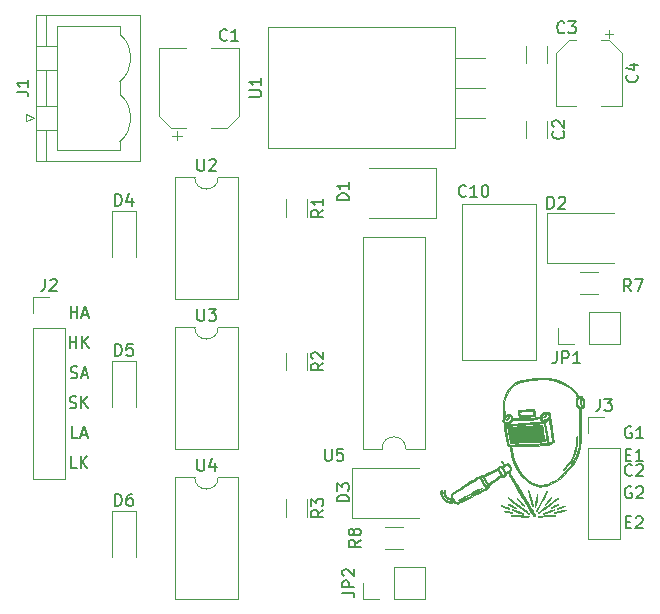
<source format=gbr>
%TF.GenerationSoftware,KiCad,Pcbnew,5.1.10-1.fc33*%
%TF.CreationDate,2021-06-13T17:02:16+02:00*%
%TF.ProjectId,power-driver,706f7765-722d-4647-9269-7665722e6b69,rev?*%
%TF.SameCoordinates,Original*%
%TF.FileFunction,Legend,Top*%
%TF.FilePolarity,Positive*%
%FSLAX46Y46*%
G04 Gerber Fmt 4.6, Leading zero omitted, Abs format (unit mm)*
G04 Created by KiCad (PCBNEW 5.1.10-1.fc33) date 2021-06-13 17:02:16*
%MOMM*%
%LPD*%
G01*
G04 APERTURE LIST*
%ADD10C,0.150000*%
%ADD11C,0.010000*%
%ADD12C,0.120000*%
G04 APERTURE END LIST*
D10*
X101480952Y-108402380D02*
X101004761Y-108402380D01*
X101004761Y-107402380D01*
X101766666Y-108116666D02*
X102242857Y-108116666D01*
X101671428Y-108402380D02*
X102004761Y-107402380D01*
X102338095Y-108402380D01*
X100885714Y-103274761D02*
X101028571Y-103322380D01*
X101266666Y-103322380D01*
X101361904Y-103274761D01*
X101409523Y-103227142D01*
X101457142Y-103131904D01*
X101457142Y-103036666D01*
X101409523Y-102941428D01*
X101361904Y-102893809D01*
X101266666Y-102846190D01*
X101076190Y-102798571D01*
X100980952Y-102750952D01*
X100933333Y-102703333D01*
X100885714Y-102608095D01*
X100885714Y-102512857D01*
X100933333Y-102417619D01*
X100980952Y-102370000D01*
X101076190Y-102322380D01*
X101314285Y-102322380D01*
X101457142Y-102370000D01*
X101838095Y-103036666D02*
X102314285Y-103036666D01*
X101742857Y-103322380D02*
X102076190Y-102322380D01*
X102409523Y-103322380D01*
X101409523Y-110942380D02*
X100933333Y-110942380D01*
X100933333Y-109942380D01*
X101742857Y-110942380D02*
X101742857Y-109942380D01*
X102314285Y-110942380D02*
X101885714Y-110370952D01*
X102314285Y-109942380D02*
X101742857Y-110513809D01*
X100814285Y-105814761D02*
X100957142Y-105862380D01*
X101195238Y-105862380D01*
X101290476Y-105814761D01*
X101338095Y-105767142D01*
X101385714Y-105671904D01*
X101385714Y-105576666D01*
X101338095Y-105481428D01*
X101290476Y-105433809D01*
X101195238Y-105386190D01*
X101004761Y-105338571D01*
X100909523Y-105290952D01*
X100861904Y-105243333D01*
X100814285Y-105148095D01*
X100814285Y-105052857D01*
X100861904Y-104957619D01*
X100909523Y-104910000D01*
X101004761Y-104862380D01*
X101242857Y-104862380D01*
X101385714Y-104910000D01*
X101814285Y-105862380D02*
X101814285Y-104862380D01*
X102385714Y-105862380D02*
X101957142Y-105290952D01*
X102385714Y-104862380D02*
X101814285Y-105433809D01*
X100814285Y-100782380D02*
X100814285Y-99782380D01*
X100814285Y-100258571D02*
X101385714Y-100258571D01*
X101385714Y-100782380D02*
X101385714Y-99782380D01*
X101861904Y-100782380D02*
X101861904Y-99782380D01*
X102433333Y-100782380D02*
X102004761Y-100210952D01*
X102433333Y-99782380D02*
X101861904Y-100353809D01*
X100885714Y-98242380D02*
X100885714Y-97242380D01*
X100885714Y-97718571D02*
X101457142Y-97718571D01*
X101457142Y-98242380D02*
X101457142Y-97242380D01*
X101885714Y-97956666D02*
X102361904Y-97956666D01*
X101790476Y-98242380D02*
X102123809Y-97242380D01*
X102457142Y-98242380D01*
X148423333Y-111482142D02*
X148375714Y-111529761D01*
X148232857Y-111577380D01*
X148137619Y-111577380D01*
X147994761Y-111529761D01*
X147899523Y-111434523D01*
X147851904Y-111339285D01*
X147804285Y-111148809D01*
X147804285Y-111005952D01*
X147851904Y-110815476D01*
X147899523Y-110720238D01*
X147994761Y-110625000D01*
X148137619Y-110577380D01*
X148232857Y-110577380D01*
X148375714Y-110625000D01*
X148423333Y-110672619D01*
X148804285Y-110672619D02*
X148851904Y-110625000D01*
X148947142Y-110577380D01*
X149185238Y-110577380D01*
X149280476Y-110625000D01*
X149328095Y-110672619D01*
X149375714Y-110767857D01*
X149375714Y-110863095D01*
X149328095Y-111005952D01*
X148756666Y-111577380D01*
X149375714Y-111577380D01*
X147899523Y-109783571D02*
X148232857Y-109783571D01*
X148375714Y-110307380D02*
X147899523Y-110307380D01*
X147899523Y-109307380D01*
X148375714Y-109307380D01*
X149328095Y-110307380D02*
X148756666Y-110307380D01*
X149042380Y-110307380D02*
X149042380Y-109307380D01*
X148947142Y-109450238D01*
X148851904Y-109545476D01*
X148756666Y-109593095D01*
X147899523Y-115498571D02*
X148232857Y-115498571D01*
X148375714Y-116022380D02*
X147899523Y-116022380D01*
X147899523Y-115022380D01*
X148375714Y-115022380D01*
X148756666Y-115117619D02*
X148804285Y-115070000D01*
X148899523Y-115022380D01*
X149137619Y-115022380D01*
X149232857Y-115070000D01*
X149280476Y-115117619D01*
X149328095Y-115212857D01*
X149328095Y-115308095D01*
X149280476Y-115450952D01*
X148709047Y-116022380D01*
X149328095Y-116022380D01*
X148375714Y-112530000D02*
X148280476Y-112482380D01*
X148137619Y-112482380D01*
X147994761Y-112530000D01*
X147899523Y-112625238D01*
X147851904Y-112720476D01*
X147804285Y-112910952D01*
X147804285Y-113053809D01*
X147851904Y-113244285D01*
X147899523Y-113339523D01*
X147994761Y-113434761D01*
X148137619Y-113482380D01*
X148232857Y-113482380D01*
X148375714Y-113434761D01*
X148423333Y-113387142D01*
X148423333Y-113053809D01*
X148232857Y-113053809D01*
X148804285Y-112577619D02*
X148851904Y-112530000D01*
X148947142Y-112482380D01*
X149185238Y-112482380D01*
X149280476Y-112530000D01*
X149328095Y-112577619D01*
X149375714Y-112672857D01*
X149375714Y-112768095D01*
X149328095Y-112910952D01*
X148756666Y-113482380D01*
X149375714Y-113482380D01*
X148375714Y-107450000D02*
X148280476Y-107402380D01*
X148137619Y-107402380D01*
X147994761Y-107450000D01*
X147899523Y-107545238D01*
X147851904Y-107640476D01*
X147804285Y-107830952D01*
X147804285Y-107973809D01*
X147851904Y-108164285D01*
X147899523Y-108259523D01*
X147994761Y-108354761D01*
X148137619Y-108402380D01*
X148232857Y-108402380D01*
X148375714Y-108354761D01*
X148423333Y-108307142D01*
X148423333Y-107973809D01*
X148232857Y-107973809D01*
X149375714Y-108402380D02*
X148804285Y-108402380D01*
X149090000Y-108402380D02*
X149090000Y-107402380D01*
X148994761Y-107545238D01*
X148899523Y-107640476D01*
X148804285Y-107688095D01*
D11*
%TO.C,G\u002A\u002A\u002A*%
G36*
X138452503Y-114912743D02*
G01*
X138614910Y-114917899D01*
X138639550Y-114918841D01*
X138900394Y-114929232D01*
X139114754Y-114938468D01*
X139286923Y-114946896D01*
X139421194Y-114954864D01*
X139521861Y-114962715D01*
X139593218Y-114970798D01*
X139639557Y-114979458D01*
X139665172Y-114989042D01*
X139674356Y-114999895D01*
X139674600Y-115002311D01*
X139661916Y-115015895D01*
X139621559Y-115025545D01*
X139550070Y-115031276D01*
X139443990Y-115033105D01*
X139299862Y-115031048D01*
X139114225Y-115025124D01*
X138883622Y-115015348D01*
X138709400Y-115007007D01*
X138536541Y-114998155D01*
X138407942Y-114990476D01*
X138317108Y-114983009D01*
X138257542Y-114974794D01*
X138222750Y-114964872D01*
X138206236Y-114952281D01*
X138201504Y-114936063D01*
X138201400Y-114931914D01*
X138214554Y-114920849D01*
X138257404Y-114914067D01*
X138335028Y-114911415D01*
X138452503Y-114912743D01*
G37*
X138452503Y-114912743D02*
X138614910Y-114917899D01*
X138639550Y-114918841D01*
X138900394Y-114929232D01*
X139114754Y-114938468D01*
X139286923Y-114946896D01*
X139421194Y-114954864D01*
X139521861Y-114962715D01*
X139593218Y-114970798D01*
X139639557Y-114979458D01*
X139665172Y-114989042D01*
X139674356Y-114999895D01*
X139674600Y-115002311D01*
X139661916Y-115015895D01*
X139621559Y-115025545D01*
X139550070Y-115031276D01*
X139443990Y-115033105D01*
X139299862Y-115031048D01*
X139114225Y-115025124D01*
X138883622Y-115015348D01*
X138709400Y-115007007D01*
X138536541Y-114998155D01*
X138407942Y-114990476D01*
X138317108Y-114983009D01*
X138257542Y-114974794D01*
X138222750Y-114964872D01*
X138206236Y-114952281D01*
X138201504Y-114936063D01*
X138201400Y-114931914D01*
X138214554Y-114920849D01*
X138257404Y-114914067D01*
X138335028Y-114911415D01*
X138452503Y-114912743D01*
G36*
X137460218Y-110352375D02*
G01*
X137509903Y-110422239D01*
X137535391Y-110461974D01*
X137630091Y-110611748D01*
X137740546Y-110552669D01*
X137823403Y-110515861D01*
X137888813Y-110511634D01*
X137958779Y-110540569D01*
X137989303Y-110559204D01*
X138061475Y-110626082D01*
X138127768Y-110723316D01*
X138181072Y-110835285D01*
X138214278Y-110946370D01*
X138220279Y-111040952D01*
X138216922Y-111059299D01*
X138185300Y-111115407D01*
X138127817Y-111171367D01*
X138112305Y-111182250D01*
X138057307Y-111221762D01*
X138026368Y-111251526D01*
X138023914Y-111257198D01*
X138036742Y-111288547D01*
X138071658Y-111352639D01*
X138122687Y-111439872D01*
X138183857Y-111540644D01*
X138249193Y-111645352D01*
X138312723Y-111744393D01*
X138368471Y-111828165D01*
X138410465Y-111887065D01*
X138429646Y-111909407D01*
X138450551Y-111937696D01*
X138495252Y-112005922D01*
X138561487Y-112110411D01*
X138646993Y-112247495D01*
X138749510Y-112413500D01*
X138866773Y-112604757D01*
X138996521Y-112817593D01*
X139136493Y-113048337D01*
X139284425Y-113293318D01*
X139368849Y-113433608D01*
X139543712Y-113724711D01*
X139694031Y-113975478D01*
X139821550Y-114189039D01*
X139928013Y-114368528D01*
X140015165Y-114517076D01*
X140084750Y-114637815D01*
X140138513Y-114733877D01*
X140178198Y-114808394D01*
X140205550Y-114864498D01*
X140222312Y-114905322D01*
X140230231Y-114933996D01*
X140231048Y-114953654D01*
X140226511Y-114967427D01*
X140224750Y-114970308D01*
X140174410Y-115021379D01*
X140121789Y-115022995D01*
X140063936Y-114974909D01*
X140048580Y-114955456D01*
X140018240Y-114910449D01*
X139965631Y-114827579D01*
X139893460Y-114711372D01*
X139804434Y-114566351D01*
X139701259Y-114397041D01*
X139586643Y-114207969D01*
X139463291Y-114003658D01*
X139333911Y-113788634D01*
X139201210Y-113567421D01*
X139067893Y-113344544D01*
X138936669Y-113124528D01*
X138810243Y-112911899D01*
X138691323Y-112711180D01*
X138582615Y-112526897D01*
X138486826Y-112363575D01*
X138406663Y-112225739D01*
X138344832Y-112117913D01*
X138304040Y-112044623D01*
X138287160Y-112010881D01*
X138261996Y-111954880D01*
X138217071Y-111868602D01*
X138158967Y-111763400D01*
X138094264Y-111650624D01*
X138029545Y-111541626D01*
X137971391Y-111447758D01*
X137926384Y-111380371D01*
X137907962Y-111356861D01*
X137876659Y-111335407D01*
X137838553Y-111348675D01*
X137822915Y-111359139D01*
X137788175Y-111391424D01*
X137783949Y-111410282D01*
X137784136Y-111440370D01*
X137767063Y-111497481D01*
X137760388Y-111514267D01*
X137699416Y-111602867D01*
X137611137Y-111659759D01*
X137510004Y-111676744D01*
X137480490Y-111673065D01*
X137417005Y-111661056D01*
X137375900Y-111654026D01*
X137348902Y-111667083D01*
X137286457Y-111705652D01*
X137194508Y-111765797D01*
X137079001Y-111843578D01*
X136945878Y-111935060D01*
X136838380Y-112010063D01*
X136679073Y-112122212D01*
X136556475Y-112209734D01*
X136465569Y-112276979D01*
X136401339Y-112328295D01*
X136358766Y-112368032D01*
X136332834Y-112400538D01*
X136318526Y-112430162D01*
X136310824Y-112461252D01*
X136309565Y-112468442D01*
X136284385Y-112546737D01*
X136244330Y-112610157D01*
X136237485Y-112616913D01*
X136204858Y-112637776D01*
X136131414Y-112679516D01*
X136021524Y-112739798D01*
X135879559Y-112816288D01*
X135709890Y-112906652D01*
X135516888Y-113008556D01*
X135304923Y-113119667D01*
X135078367Y-113237650D01*
X134962900Y-113297497D01*
X134695281Y-113435839D01*
X134468765Y-113552483D01*
X134279431Y-113649262D01*
X134123361Y-113728012D01*
X133996636Y-113790567D01*
X133895336Y-113838762D01*
X133815544Y-113874431D01*
X133753339Y-113899408D01*
X133704803Y-113915527D01*
X133666018Y-113924624D01*
X133633063Y-113928533D01*
X133613474Y-113929157D01*
X133504272Y-113919171D01*
X133413045Y-113882283D01*
X133384823Y-113864750D01*
X133304841Y-113821959D01*
X133246472Y-113816091D01*
X133235648Y-113819422D01*
X133139034Y-113839785D01*
X133015488Y-113842140D01*
X132885002Y-113827938D01*
X132767569Y-113798634D01*
X132727700Y-113782526D01*
X132569496Y-113681315D01*
X132431098Y-113539766D01*
X132318384Y-113366395D01*
X132237231Y-113169718D01*
X132202065Y-113021026D01*
X132188229Y-112926590D01*
X132186015Y-112868021D01*
X132196225Y-112831553D01*
X132214430Y-112808483D01*
X132260560Y-112782884D01*
X132297493Y-112806236D01*
X132324421Y-112877386D01*
X132339931Y-112987344D01*
X132375441Y-113173247D01*
X132446956Y-113340198D01*
X132548581Y-113482864D01*
X132674420Y-113595909D01*
X132818574Y-113673998D01*
X132975149Y-113711798D01*
X133133145Y-113704954D01*
X133191265Y-113690173D01*
X133208637Y-113670108D01*
X133198512Y-113641305D01*
X133172956Y-113614593D01*
X133123674Y-113597690D01*
X133039278Y-113587398D01*
X132996492Y-113584604D01*
X132857578Y-113564167D01*
X132746484Y-113515911D01*
X132653676Y-113432972D01*
X132569621Y-113308485D01*
X132542495Y-113257737D01*
X132496417Y-113160228D01*
X132472303Y-113083273D01*
X132464789Y-113004601D01*
X132466295Y-112941380D01*
X132472520Y-112855842D01*
X132483542Y-112809612D01*
X132503741Y-112791197D01*
X132524500Y-112788700D01*
X132553577Y-112795581D01*
X132571714Y-112823733D01*
X132583684Y-112884413D01*
X132590111Y-112943374D01*
X132624751Y-113122442D01*
X132689679Y-113266501D01*
X132782592Y-113372560D01*
X132901186Y-113437627D01*
X132984863Y-113455879D01*
X133097687Y-113468596D01*
X133081313Y-113366203D01*
X133082740Y-113241753D01*
X133222651Y-113241753D01*
X133225341Y-113351912D01*
X133256968Y-113472094D01*
X133313692Y-113589707D01*
X133391671Y-113692160D01*
X133426900Y-113725191D01*
X133465646Y-113755857D01*
X133503437Y-113778330D01*
X133544758Y-113791109D01*
X133594094Y-113792696D01*
X133655930Y-113781591D01*
X133734752Y-113756295D01*
X133835046Y-113715308D01*
X133961297Y-113657132D01*
X134117991Y-113580266D01*
X134309613Y-113483211D01*
X134540647Y-113364468D01*
X134604332Y-113331609D01*
X134814385Y-113223103D01*
X135021888Y-113115750D01*
X135219790Y-113013211D01*
X135401040Y-112919146D01*
X135558587Y-112837214D01*
X135685379Y-112771075D01*
X135774364Y-112724388D01*
X135777210Y-112722885D01*
X136058120Y-112574552D01*
X135915480Y-112424652D01*
X135799613Y-112283118D01*
X135692159Y-112115972D01*
X135604858Y-111943176D01*
X135558254Y-111817150D01*
X135537238Y-111752190D01*
X135521269Y-111713716D01*
X135517365Y-111709200D01*
X135489664Y-111722528D01*
X135424286Y-111760428D01*
X135326136Y-111819768D01*
X135200122Y-111897418D01*
X135051148Y-111990249D01*
X134884120Y-112095128D01*
X134703945Y-112208927D01*
X134515528Y-112328515D01*
X134323774Y-112450762D01*
X134133591Y-112572537D01*
X133949882Y-112690710D01*
X133777556Y-112802150D01*
X133621516Y-112903728D01*
X133486670Y-112992314D01*
X133377922Y-113064775D01*
X133300179Y-113117984D01*
X133258347Y-113148808D01*
X133252739Y-113154212D01*
X133222651Y-113241753D01*
X133082740Y-113241753D01*
X133082914Y-113226581D01*
X133131573Y-113100475D01*
X133208012Y-113010015D01*
X133245240Y-112982700D01*
X133321272Y-112931375D01*
X133431760Y-112858834D01*
X133572356Y-112767869D01*
X133738710Y-112661274D01*
X133926473Y-112541843D01*
X134131298Y-112412369D01*
X134348836Y-112275646D01*
X134441666Y-112217533D01*
X134697159Y-112057950D01*
X134913522Y-111923418D01*
X135094598Y-111811896D01*
X135244230Y-111721343D01*
X135271785Y-111705170D01*
X135662391Y-111705170D01*
X135682486Y-111784539D01*
X135721558Y-111882994D01*
X135776099Y-111993108D01*
X135842604Y-112107457D01*
X135917567Y-112218614D01*
X135997483Y-112319154D01*
X136037178Y-112362079D01*
X136156700Y-112483900D01*
X136164719Y-112414236D01*
X136157552Y-112355158D01*
X136119269Y-112284315D01*
X136072759Y-112223736D01*
X135949735Y-112054491D01*
X135855475Y-111882218D01*
X135812937Y-111772700D01*
X135778117Y-111687282D01*
X135750958Y-111658400D01*
X135915904Y-111658400D01*
X135928471Y-111711497D01*
X135962098Y-111791000D01*
X136010647Y-111886552D01*
X136067983Y-111987798D01*
X136127968Y-112084381D01*
X136184468Y-112165945D01*
X136231345Y-112222134D01*
X136262063Y-112242600D01*
X136286158Y-112228623D01*
X136345819Y-112189388D01*
X136435110Y-112128934D01*
X136548099Y-112051301D01*
X136678849Y-111960529D01*
X136769196Y-111897346D01*
X136908374Y-111799267D01*
X137033376Y-111710271D01*
X137138258Y-111634664D01*
X137217076Y-111576753D01*
X137263886Y-111540842D01*
X137274267Y-111531453D01*
X137267593Y-111502169D01*
X137239329Y-111439978D01*
X137194486Y-111355247D01*
X137159789Y-111294639D01*
X137032556Y-111078465D01*
X136474235Y-111349382D01*
X136280584Y-111444919D01*
X136126090Y-111524514D01*
X136012597Y-111587144D01*
X135941952Y-111631790D01*
X135916000Y-111657428D01*
X135915904Y-111658400D01*
X135750958Y-111658400D01*
X135737276Y-111643850D01*
X135693150Y-111633388D01*
X135664777Y-111652311D01*
X135662391Y-111705170D01*
X135271785Y-111705170D01*
X135366260Y-111649720D01*
X135464531Y-111594984D01*
X135542888Y-111555096D01*
X135605171Y-111528014D01*
X135655226Y-111511699D01*
X135696893Y-111504109D01*
X135734017Y-111503204D01*
X135770440Y-111506943D01*
X135777768Y-111508036D01*
X135814490Y-111499500D01*
X135889832Y-111471201D01*
X135996975Y-111426086D01*
X136129098Y-111367101D01*
X136279382Y-111297195D01*
X136402663Y-111238032D01*
X136584866Y-111148780D01*
X136726153Y-111077778D01*
X136831738Y-111022004D01*
X136906837Y-110978438D01*
X136930745Y-110961942D01*
X137138987Y-110961942D01*
X137162788Y-111026462D01*
X137194359Y-111084668D01*
X137236560Y-111157890D01*
X137292977Y-111255641D01*
X137352387Y-111358479D01*
X137360579Y-111372650D01*
X137412876Y-111457045D01*
X137459236Y-111521086D01*
X137491861Y-111554351D01*
X137498368Y-111556800D01*
X137541411Y-111543185D01*
X137586148Y-111517259D01*
X137628395Y-111475059D01*
X137642600Y-111440469D01*
X137630551Y-111405134D01*
X137597676Y-111335752D01*
X137548877Y-111242074D01*
X137489057Y-111133854D01*
X137483850Y-111124698D01*
X137409139Y-110997781D01*
X137351021Y-110911935D01*
X137311427Y-110870575D01*
X137495090Y-110870575D01*
X137518566Y-110920588D01*
X137557812Y-110991948D01*
X137605367Y-111072497D01*
X137653767Y-111150077D01*
X137695553Y-111212531D01*
X137723261Y-111247701D01*
X137728831Y-111251412D01*
X137759772Y-111239149D01*
X137821679Y-111206072D01*
X137902659Y-111158636D01*
X137925681Y-111144556D01*
X138006963Y-111090612D01*
X138067981Y-111042904D01*
X138098256Y-111009857D01*
X138099800Y-111004579D01*
X138086189Y-110942638D01*
X138050993Y-110863738D01*
X138002664Y-110781104D01*
X137949656Y-110707961D01*
X137900421Y-110657532D01*
X137868292Y-110642400D01*
X137831585Y-110654538D01*
X137769112Y-110685987D01*
X137693061Y-110729294D01*
X137615618Y-110777009D01*
X137548971Y-110821680D01*
X137505307Y-110855856D01*
X137495090Y-110870575D01*
X137311427Y-110870575D01*
X137303781Y-110862588D01*
X137261703Y-110845169D01*
X137219072Y-110855110D01*
X137179050Y-110880957D01*
X137144714Y-110917513D01*
X137138987Y-110961942D01*
X136930745Y-110961942D01*
X136956665Y-110944058D01*
X136986436Y-110915843D01*
X137001163Y-110891306D01*
X137057531Y-110810948D01*
X137148882Y-110752687D01*
X137261574Y-110723901D01*
X137313335Y-110722429D01*
X137393079Y-110720371D01*
X137456050Y-110709540D01*
X137470422Y-110703763D01*
X137489845Y-110686501D01*
X137489974Y-110658942D01*
X137467776Y-110610311D01*
X137422541Y-110533630D01*
X137374806Y-110450719D01*
X137353495Y-110397743D01*
X137355068Y-110363612D01*
X137363814Y-110349559D01*
X137394672Y-110320947D01*
X137424307Y-110320248D01*
X137460218Y-110352375D01*
G37*
X137460218Y-110352375D02*
X137509903Y-110422239D01*
X137535391Y-110461974D01*
X137630091Y-110611748D01*
X137740546Y-110552669D01*
X137823403Y-110515861D01*
X137888813Y-110511634D01*
X137958779Y-110540569D01*
X137989303Y-110559204D01*
X138061475Y-110626082D01*
X138127768Y-110723316D01*
X138181072Y-110835285D01*
X138214278Y-110946370D01*
X138220279Y-111040952D01*
X138216922Y-111059299D01*
X138185300Y-111115407D01*
X138127817Y-111171367D01*
X138112305Y-111182250D01*
X138057307Y-111221762D01*
X138026368Y-111251526D01*
X138023914Y-111257198D01*
X138036742Y-111288547D01*
X138071658Y-111352639D01*
X138122687Y-111439872D01*
X138183857Y-111540644D01*
X138249193Y-111645352D01*
X138312723Y-111744393D01*
X138368471Y-111828165D01*
X138410465Y-111887065D01*
X138429646Y-111909407D01*
X138450551Y-111937696D01*
X138495252Y-112005922D01*
X138561487Y-112110411D01*
X138646993Y-112247495D01*
X138749510Y-112413500D01*
X138866773Y-112604757D01*
X138996521Y-112817593D01*
X139136493Y-113048337D01*
X139284425Y-113293318D01*
X139368849Y-113433608D01*
X139543712Y-113724711D01*
X139694031Y-113975478D01*
X139821550Y-114189039D01*
X139928013Y-114368528D01*
X140015165Y-114517076D01*
X140084750Y-114637815D01*
X140138513Y-114733877D01*
X140178198Y-114808394D01*
X140205550Y-114864498D01*
X140222312Y-114905322D01*
X140230231Y-114933996D01*
X140231048Y-114953654D01*
X140226511Y-114967427D01*
X140224750Y-114970308D01*
X140174410Y-115021379D01*
X140121789Y-115022995D01*
X140063936Y-114974909D01*
X140048580Y-114955456D01*
X140018240Y-114910449D01*
X139965631Y-114827579D01*
X139893460Y-114711372D01*
X139804434Y-114566351D01*
X139701259Y-114397041D01*
X139586643Y-114207969D01*
X139463291Y-114003658D01*
X139333911Y-113788634D01*
X139201210Y-113567421D01*
X139067893Y-113344544D01*
X138936669Y-113124528D01*
X138810243Y-112911899D01*
X138691323Y-112711180D01*
X138582615Y-112526897D01*
X138486826Y-112363575D01*
X138406663Y-112225739D01*
X138344832Y-112117913D01*
X138304040Y-112044623D01*
X138287160Y-112010881D01*
X138261996Y-111954880D01*
X138217071Y-111868602D01*
X138158967Y-111763400D01*
X138094264Y-111650624D01*
X138029545Y-111541626D01*
X137971391Y-111447758D01*
X137926384Y-111380371D01*
X137907962Y-111356861D01*
X137876659Y-111335407D01*
X137838553Y-111348675D01*
X137822915Y-111359139D01*
X137788175Y-111391424D01*
X137783949Y-111410282D01*
X137784136Y-111440370D01*
X137767063Y-111497481D01*
X137760388Y-111514267D01*
X137699416Y-111602867D01*
X137611137Y-111659759D01*
X137510004Y-111676744D01*
X137480490Y-111673065D01*
X137417005Y-111661056D01*
X137375900Y-111654026D01*
X137348902Y-111667083D01*
X137286457Y-111705652D01*
X137194508Y-111765797D01*
X137079001Y-111843578D01*
X136945878Y-111935060D01*
X136838380Y-112010063D01*
X136679073Y-112122212D01*
X136556475Y-112209734D01*
X136465569Y-112276979D01*
X136401339Y-112328295D01*
X136358766Y-112368032D01*
X136332834Y-112400538D01*
X136318526Y-112430162D01*
X136310824Y-112461252D01*
X136309565Y-112468442D01*
X136284385Y-112546737D01*
X136244330Y-112610157D01*
X136237485Y-112616913D01*
X136204858Y-112637776D01*
X136131414Y-112679516D01*
X136021524Y-112739798D01*
X135879559Y-112816288D01*
X135709890Y-112906652D01*
X135516888Y-113008556D01*
X135304923Y-113119667D01*
X135078367Y-113237650D01*
X134962900Y-113297497D01*
X134695281Y-113435839D01*
X134468765Y-113552483D01*
X134279431Y-113649262D01*
X134123361Y-113728012D01*
X133996636Y-113790567D01*
X133895336Y-113838762D01*
X133815544Y-113874431D01*
X133753339Y-113899408D01*
X133704803Y-113915527D01*
X133666018Y-113924624D01*
X133633063Y-113928533D01*
X133613474Y-113929157D01*
X133504272Y-113919171D01*
X133413045Y-113882283D01*
X133384823Y-113864750D01*
X133304841Y-113821959D01*
X133246472Y-113816091D01*
X133235648Y-113819422D01*
X133139034Y-113839785D01*
X133015488Y-113842140D01*
X132885002Y-113827938D01*
X132767569Y-113798634D01*
X132727700Y-113782526D01*
X132569496Y-113681315D01*
X132431098Y-113539766D01*
X132318384Y-113366395D01*
X132237231Y-113169718D01*
X132202065Y-113021026D01*
X132188229Y-112926590D01*
X132186015Y-112868021D01*
X132196225Y-112831553D01*
X132214430Y-112808483D01*
X132260560Y-112782884D01*
X132297493Y-112806236D01*
X132324421Y-112877386D01*
X132339931Y-112987344D01*
X132375441Y-113173247D01*
X132446956Y-113340198D01*
X132548581Y-113482864D01*
X132674420Y-113595909D01*
X132818574Y-113673998D01*
X132975149Y-113711798D01*
X133133145Y-113704954D01*
X133191265Y-113690173D01*
X133208637Y-113670108D01*
X133198512Y-113641305D01*
X133172956Y-113614593D01*
X133123674Y-113597690D01*
X133039278Y-113587398D01*
X132996492Y-113584604D01*
X132857578Y-113564167D01*
X132746484Y-113515911D01*
X132653676Y-113432972D01*
X132569621Y-113308485D01*
X132542495Y-113257737D01*
X132496417Y-113160228D01*
X132472303Y-113083273D01*
X132464789Y-113004601D01*
X132466295Y-112941380D01*
X132472520Y-112855842D01*
X132483542Y-112809612D01*
X132503741Y-112791197D01*
X132524500Y-112788700D01*
X132553577Y-112795581D01*
X132571714Y-112823733D01*
X132583684Y-112884413D01*
X132590111Y-112943374D01*
X132624751Y-113122442D01*
X132689679Y-113266501D01*
X132782592Y-113372560D01*
X132901186Y-113437627D01*
X132984863Y-113455879D01*
X133097687Y-113468596D01*
X133081313Y-113366203D01*
X133082740Y-113241753D01*
X133222651Y-113241753D01*
X133225341Y-113351912D01*
X133256968Y-113472094D01*
X133313692Y-113589707D01*
X133391671Y-113692160D01*
X133426900Y-113725191D01*
X133465646Y-113755857D01*
X133503437Y-113778330D01*
X133544758Y-113791109D01*
X133594094Y-113792696D01*
X133655930Y-113781591D01*
X133734752Y-113756295D01*
X133835046Y-113715308D01*
X133961297Y-113657132D01*
X134117991Y-113580266D01*
X134309613Y-113483211D01*
X134540647Y-113364468D01*
X134604332Y-113331609D01*
X134814385Y-113223103D01*
X135021888Y-113115750D01*
X135219790Y-113013211D01*
X135401040Y-112919146D01*
X135558587Y-112837214D01*
X135685379Y-112771075D01*
X135774364Y-112724388D01*
X135777210Y-112722885D01*
X136058120Y-112574552D01*
X135915480Y-112424652D01*
X135799613Y-112283118D01*
X135692159Y-112115972D01*
X135604858Y-111943176D01*
X135558254Y-111817150D01*
X135537238Y-111752190D01*
X135521269Y-111713716D01*
X135517365Y-111709200D01*
X135489664Y-111722528D01*
X135424286Y-111760428D01*
X135326136Y-111819768D01*
X135200122Y-111897418D01*
X135051148Y-111990249D01*
X134884120Y-112095128D01*
X134703945Y-112208927D01*
X134515528Y-112328515D01*
X134323774Y-112450762D01*
X134133591Y-112572537D01*
X133949882Y-112690710D01*
X133777556Y-112802150D01*
X133621516Y-112903728D01*
X133486670Y-112992314D01*
X133377922Y-113064775D01*
X133300179Y-113117984D01*
X133258347Y-113148808D01*
X133252739Y-113154212D01*
X133222651Y-113241753D01*
X133082740Y-113241753D01*
X133082914Y-113226581D01*
X133131573Y-113100475D01*
X133208012Y-113010015D01*
X133245240Y-112982700D01*
X133321272Y-112931375D01*
X133431760Y-112858834D01*
X133572356Y-112767869D01*
X133738710Y-112661274D01*
X133926473Y-112541843D01*
X134131298Y-112412369D01*
X134348836Y-112275646D01*
X134441666Y-112217533D01*
X134697159Y-112057950D01*
X134913522Y-111923418D01*
X135094598Y-111811896D01*
X135244230Y-111721343D01*
X135271785Y-111705170D01*
X135662391Y-111705170D01*
X135682486Y-111784539D01*
X135721558Y-111882994D01*
X135776099Y-111993108D01*
X135842604Y-112107457D01*
X135917567Y-112218614D01*
X135997483Y-112319154D01*
X136037178Y-112362079D01*
X136156700Y-112483900D01*
X136164719Y-112414236D01*
X136157552Y-112355158D01*
X136119269Y-112284315D01*
X136072759Y-112223736D01*
X135949735Y-112054491D01*
X135855475Y-111882218D01*
X135812937Y-111772700D01*
X135778117Y-111687282D01*
X135750958Y-111658400D01*
X135915904Y-111658400D01*
X135928471Y-111711497D01*
X135962098Y-111791000D01*
X136010647Y-111886552D01*
X136067983Y-111987798D01*
X136127968Y-112084381D01*
X136184468Y-112165945D01*
X136231345Y-112222134D01*
X136262063Y-112242600D01*
X136286158Y-112228623D01*
X136345819Y-112189388D01*
X136435110Y-112128934D01*
X136548099Y-112051301D01*
X136678849Y-111960529D01*
X136769196Y-111897346D01*
X136908374Y-111799267D01*
X137033376Y-111710271D01*
X137138258Y-111634664D01*
X137217076Y-111576753D01*
X137263886Y-111540842D01*
X137274267Y-111531453D01*
X137267593Y-111502169D01*
X137239329Y-111439978D01*
X137194486Y-111355247D01*
X137159789Y-111294639D01*
X137032556Y-111078465D01*
X136474235Y-111349382D01*
X136280584Y-111444919D01*
X136126090Y-111524514D01*
X136012597Y-111587144D01*
X135941952Y-111631790D01*
X135916000Y-111657428D01*
X135915904Y-111658400D01*
X135750958Y-111658400D01*
X135737276Y-111643850D01*
X135693150Y-111633388D01*
X135664777Y-111652311D01*
X135662391Y-111705170D01*
X135271785Y-111705170D01*
X135366260Y-111649720D01*
X135464531Y-111594984D01*
X135542888Y-111555096D01*
X135605171Y-111528014D01*
X135655226Y-111511699D01*
X135696893Y-111504109D01*
X135734017Y-111503204D01*
X135770440Y-111506943D01*
X135777768Y-111508036D01*
X135814490Y-111499500D01*
X135889832Y-111471201D01*
X135996975Y-111426086D01*
X136129098Y-111367101D01*
X136279382Y-111297195D01*
X136402663Y-111238032D01*
X136584866Y-111148780D01*
X136726153Y-111077778D01*
X136831738Y-111022004D01*
X136906837Y-110978438D01*
X136930745Y-110961942D01*
X137138987Y-110961942D01*
X137162788Y-111026462D01*
X137194359Y-111084668D01*
X137236560Y-111157890D01*
X137292977Y-111255641D01*
X137352387Y-111358479D01*
X137360579Y-111372650D01*
X137412876Y-111457045D01*
X137459236Y-111521086D01*
X137491861Y-111554351D01*
X137498368Y-111556800D01*
X137541411Y-111543185D01*
X137586148Y-111517259D01*
X137628395Y-111475059D01*
X137642600Y-111440469D01*
X137630551Y-111405134D01*
X137597676Y-111335752D01*
X137548877Y-111242074D01*
X137489057Y-111133854D01*
X137483850Y-111124698D01*
X137409139Y-110997781D01*
X137351021Y-110911935D01*
X137311427Y-110870575D01*
X137495090Y-110870575D01*
X137518566Y-110920588D01*
X137557812Y-110991948D01*
X137605367Y-111072497D01*
X137653767Y-111150077D01*
X137695553Y-111212531D01*
X137723261Y-111247701D01*
X137728831Y-111251412D01*
X137759772Y-111239149D01*
X137821679Y-111206072D01*
X137902659Y-111158636D01*
X137925681Y-111144556D01*
X138006963Y-111090612D01*
X138067981Y-111042904D01*
X138098256Y-111009857D01*
X138099800Y-111004579D01*
X138086189Y-110942638D01*
X138050993Y-110863738D01*
X138002664Y-110781104D01*
X137949656Y-110707961D01*
X137900421Y-110657532D01*
X137868292Y-110642400D01*
X137831585Y-110654538D01*
X137769112Y-110685987D01*
X137693061Y-110729294D01*
X137615618Y-110777009D01*
X137548971Y-110821680D01*
X137505307Y-110855856D01*
X137495090Y-110870575D01*
X137311427Y-110870575D01*
X137303781Y-110862588D01*
X137261703Y-110845169D01*
X137219072Y-110855110D01*
X137179050Y-110880957D01*
X137144714Y-110917513D01*
X137138987Y-110961942D01*
X136930745Y-110961942D01*
X136956665Y-110944058D01*
X136986436Y-110915843D01*
X137001163Y-110891306D01*
X137057531Y-110810948D01*
X137148882Y-110752687D01*
X137261574Y-110723901D01*
X137313335Y-110722429D01*
X137393079Y-110720371D01*
X137456050Y-110709540D01*
X137470422Y-110703763D01*
X137489845Y-110686501D01*
X137489974Y-110658942D01*
X137467776Y-110610311D01*
X137422541Y-110533630D01*
X137374806Y-110450719D01*
X137353495Y-110397743D01*
X137355068Y-110363612D01*
X137363814Y-110349559D01*
X137394672Y-110320947D01*
X137424307Y-110320248D01*
X137460218Y-110352375D01*
G36*
X141864914Y-114915732D02*
G01*
X141895758Y-114922443D01*
X141905394Y-114932836D01*
X141904658Y-114937993D01*
X141891350Y-114951781D01*
X141858347Y-114963853D01*
X141801368Y-114974591D01*
X141716134Y-114984375D01*
X141598365Y-114993588D01*
X141443780Y-115002610D01*
X141248101Y-115011823D01*
X141007046Y-115021606D01*
X140935014Y-115024343D01*
X140760301Y-115030432D01*
X140630411Y-115033612D01*
X140539440Y-115033687D01*
X140481485Y-115030467D01*
X140450641Y-115023756D01*
X140441005Y-115013363D01*
X140441741Y-115008206D01*
X140455049Y-114994418D01*
X140488052Y-114982346D01*
X140545031Y-114971608D01*
X140630265Y-114961824D01*
X140748034Y-114952611D01*
X140902619Y-114943589D01*
X141098298Y-114934376D01*
X141339353Y-114924593D01*
X141411385Y-114921856D01*
X141586098Y-114915767D01*
X141715988Y-114912587D01*
X141806959Y-114912512D01*
X141864914Y-114915732D01*
G37*
X141864914Y-114915732D02*
X141895758Y-114922443D01*
X141905394Y-114932836D01*
X141904658Y-114937993D01*
X141891350Y-114951781D01*
X141858347Y-114963853D01*
X141801368Y-114974591D01*
X141716134Y-114984375D01*
X141598365Y-114993588D01*
X141443780Y-115002610D01*
X141248101Y-115011823D01*
X141007046Y-115021606D01*
X140935014Y-115024343D01*
X140760301Y-115030432D01*
X140630411Y-115033612D01*
X140539440Y-115033687D01*
X140481485Y-115030467D01*
X140450641Y-115023756D01*
X140441005Y-115013363D01*
X140441741Y-115008206D01*
X140455049Y-114994418D01*
X140488052Y-114982346D01*
X140545031Y-114971608D01*
X140630265Y-114961824D01*
X140748034Y-114952611D01*
X140902619Y-114943589D01*
X141098298Y-114934376D01*
X141339353Y-114924593D01*
X141411385Y-114921856D01*
X141586098Y-114915767D01*
X141715988Y-114912587D01*
X141806959Y-114912512D01*
X141864914Y-114915732D01*
G36*
X138552018Y-114495752D02*
G01*
X138752715Y-114569798D01*
X138912357Y-114630150D01*
X139034439Y-114678216D01*
X139122454Y-114715405D01*
X139179896Y-114743126D01*
X139210258Y-114762786D01*
X139217400Y-114773785D01*
X139212506Y-114792706D01*
X139194053Y-114801440D01*
X139156381Y-114798561D01*
X139093829Y-114782645D01*
X139000739Y-114752266D01*
X138871451Y-114705999D01*
X138709599Y-114645901D01*
X138547314Y-114583754D01*
X138428397Y-114534818D01*
X138347865Y-114496715D01*
X138300739Y-114467067D01*
X138282036Y-114443496D01*
X138281573Y-114441575D01*
X138285962Y-114406666D01*
X138306773Y-114406602D01*
X138552018Y-114495752D01*
G37*
X138552018Y-114495752D02*
X138752715Y-114569798D01*
X138912357Y-114630150D01*
X139034439Y-114678216D01*
X139122454Y-114715405D01*
X139179896Y-114743126D01*
X139210258Y-114762786D01*
X139217400Y-114773785D01*
X139212506Y-114792706D01*
X139194053Y-114801440D01*
X139156381Y-114798561D01*
X139093829Y-114782645D01*
X139000739Y-114752266D01*
X138871451Y-114705999D01*
X138709599Y-114645901D01*
X138547314Y-114583754D01*
X138428397Y-114534818D01*
X138347865Y-114496715D01*
X138300739Y-114467067D01*
X138282036Y-114443496D01*
X138281573Y-114441575D01*
X138285962Y-114406666D01*
X138306773Y-114406602D01*
X138552018Y-114495752D01*
G36*
X141843332Y-114426572D02*
G01*
X141857032Y-114458142D01*
X141852859Y-114467007D01*
X141825333Y-114480231D01*
X141759234Y-114507265D01*
X141663770Y-114544662D01*
X141548146Y-114588977D01*
X141421570Y-114636764D01*
X141293248Y-114684577D01*
X141172387Y-114728968D01*
X141068194Y-114766494D01*
X140989875Y-114793707D01*
X140946637Y-114807161D01*
X140941831Y-114808000D01*
X140911575Y-114789827D01*
X140907287Y-114783874D01*
X140903433Y-114770321D01*
X140912632Y-114755612D01*
X140940401Y-114737201D01*
X140992255Y-114712544D01*
X141073710Y-114679095D01*
X141190280Y-114634311D01*
X141347482Y-114575645D01*
X141403447Y-114554937D01*
X141577651Y-114492558D01*
X141709353Y-114449835D01*
X141797343Y-114427122D01*
X141840410Y-114424771D01*
X141843332Y-114426572D01*
G37*
X141843332Y-114426572D02*
X141857032Y-114458142D01*
X141852859Y-114467007D01*
X141825333Y-114480231D01*
X141759234Y-114507265D01*
X141663770Y-114544662D01*
X141548146Y-114588977D01*
X141421570Y-114636764D01*
X141293248Y-114684577D01*
X141172387Y-114728968D01*
X141068194Y-114766494D01*
X140989875Y-114793707D01*
X140946637Y-114807161D01*
X140941831Y-114808000D01*
X140911575Y-114789827D01*
X140907287Y-114783874D01*
X140903433Y-114770321D01*
X140912632Y-114755612D01*
X140940401Y-114737201D01*
X140992255Y-114712544D01*
X141073710Y-114679095D01*
X141190280Y-114634311D01*
X141347482Y-114575645D01*
X141403447Y-114554937D01*
X141577651Y-114492558D01*
X141709353Y-114449835D01*
X141797343Y-114427122D01*
X141840410Y-114424771D01*
X141843332Y-114426572D01*
G36*
X137923521Y-113406375D02*
G01*
X137987804Y-113440815D01*
X138087047Y-113508593D01*
X138181507Y-113578959D01*
X138471111Y-113799918D01*
X138722676Y-113992144D01*
X138938619Y-114157626D01*
X139121357Y-114298354D01*
X139273307Y-114416319D01*
X139396886Y-114513511D01*
X139494512Y-114591920D01*
X139568600Y-114653535D01*
X139621570Y-114700348D01*
X139655836Y-114734347D01*
X139673817Y-114757523D01*
X139677930Y-114771866D01*
X139670591Y-114779366D01*
X139654218Y-114782013D01*
X139642850Y-114782131D01*
X139616183Y-114767036D01*
X139553964Y-114724234D01*
X139460803Y-114657124D01*
X139341311Y-114569106D01*
X139200096Y-114463578D01*
X139041769Y-114343942D01*
X138870941Y-114213595D01*
X138849100Y-114196841D01*
X138624126Y-114024113D01*
X138436276Y-113879619D01*
X138282344Y-113760701D01*
X138159125Y-113664704D01*
X138063413Y-113588972D01*
X137992002Y-113530847D01*
X137941688Y-113487673D01*
X137909263Y-113456795D01*
X137891523Y-113435555D01*
X137885263Y-113421298D01*
X137887275Y-113411367D01*
X137892931Y-113404508D01*
X137923521Y-113406375D01*
G37*
X137923521Y-113406375D02*
X137987804Y-113440815D01*
X138087047Y-113508593D01*
X138181507Y-113578959D01*
X138471111Y-113799918D01*
X138722676Y-113992144D01*
X138938619Y-114157626D01*
X139121357Y-114298354D01*
X139273307Y-114416319D01*
X139396886Y-114513511D01*
X139494512Y-114591920D01*
X139568600Y-114653535D01*
X139621570Y-114700348D01*
X139655836Y-114734347D01*
X139673817Y-114757523D01*
X139677930Y-114771866D01*
X139670591Y-114779366D01*
X139654218Y-114782013D01*
X139642850Y-114782131D01*
X139616183Y-114767036D01*
X139553964Y-114724234D01*
X139460803Y-114657124D01*
X139341311Y-114569106D01*
X139200096Y-114463578D01*
X139041769Y-114343942D01*
X138870941Y-114213595D01*
X138849100Y-114196841D01*
X138624126Y-114024113D01*
X138436276Y-113879619D01*
X138282344Y-113760701D01*
X138159125Y-113664704D01*
X138063413Y-113588972D01*
X137992002Y-113530847D01*
X137941688Y-113487673D01*
X137909263Y-113456795D01*
X137891523Y-113435555D01*
X137885263Y-113421298D01*
X137887275Y-113411367D01*
X137892931Y-113404508D01*
X137923521Y-113406375D01*
G36*
X142151256Y-113469949D02*
G01*
X142124448Y-113505121D01*
X142066668Y-113560696D01*
X141976069Y-113638278D01*
X141850807Y-113739471D01*
X141689035Y-113865879D01*
X141488908Y-114019107D01*
X141338993Y-114132632D01*
X141159861Y-114267642D01*
X140993553Y-114392623D01*
X140844383Y-114504361D01*
X140716666Y-114599641D01*
X140614714Y-114675247D01*
X140542844Y-114727965D01*
X140505368Y-114754579D01*
X140500931Y-114757200D01*
X140480006Y-114739293D01*
X140473332Y-114729586D01*
X140471446Y-114690441D01*
X140478183Y-114681056D01*
X140508574Y-114656123D01*
X140573257Y-114605873D01*
X140666923Y-114534276D01*
X140784261Y-114445299D01*
X140919961Y-114342913D01*
X141068715Y-114231085D01*
X141225211Y-114113785D01*
X141384140Y-113994980D01*
X141540193Y-113878640D01*
X141688059Y-113768734D01*
X141822429Y-113669230D01*
X141937994Y-113584098D01*
X142029442Y-113517304D01*
X142091465Y-113472820D01*
X142118752Y-113454613D01*
X142119336Y-113454396D01*
X142148936Y-113453575D01*
X142151256Y-113469949D01*
G37*
X142151256Y-113469949D02*
X142124448Y-113505121D01*
X142066668Y-113560696D01*
X141976069Y-113638278D01*
X141850807Y-113739471D01*
X141689035Y-113865879D01*
X141488908Y-114019107D01*
X141338993Y-114132632D01*
X141159861Y-114267642D01*
X140993553Y-114392623D01*
X140844383Y-114504361D01*
X140716666Y-114599641D01*
X140614714Y-114675247D01*
X140542844Y-114727965D01*
X140505368Y-114754579D01*
X140500931Y-114757200D01*
X140480006Y-114739293D01*
X140473332Y-114729586D01*
X140471446Y-114690441D01*
X140478183Y-114681056D01*
X140508574Y-114656123D01*
X140573257Y-114605873D01*
X140666923Y-114534276D01*
X140784261Y-114445299D01*
X140919961Y-114342913D01*
X141068715Y-114231085D01*
X141225211Y-114113785D01*
X141384140Y-113994980D01*
X141540193Y-113878640D01*
X141688059Y-113768734D01*
X141822429Y-113669230D01*
X141937994Y-113584098D01*
X142029442Y-113517304D01*
X142091465Y-113472820D01*
X142118752Y-113454613D01*
X142119336Y-113454396D01*
X142148936Y-113453575D01*
X142151256Y-113469949D01*
G36*
X137688858Y-114539840D02*
G01*
X137787436Y-114556648D01*
X137927453Y-114583460D01*
X137953892Y-114588653D01*
X138090235Y-114616111D01*
X138183484Y-114637143D01*
X138240543Y-114654317D01*
X138268316Y-114670200D01*
X138273706Y-114687360D01*
X138265944Y-114704710D01*
X138257135Y-114717420D01*
X138244031Y-114724922D01*
X138218752Y-114726353D01*
X138173418Y-114720851D01*
X138100150Y-114707555D01*
X137991068Y-114685601D01*
X137877550Y-114662222D01*
X137730713Y-114629606D01*
X137631803Y-114602023D01*
X137578282Y-114578667D01*
X137566400Y-114563323D01*
X137570490Y-114544777D01*
X137587512Y-114534370D01*
X137624593Y-114532569D01*
X137688858Y-114539840D01*
G37*
X137688858Y-114539840D02*
X137787436Y-114556648D01*
X137927453Y-114583460D01*
X137953892Y-114588653D01*
X138090235Y-114616111D01*
X138183484Y-114637143D01*
X138240543Y-114654317D01*
X138268316Y-114670200D01*
X138273706Y-114687360D01*
X138265944Y-114704710D01*
X138257135Y-114717420D01*
X138244031Y-114724922D01*
X138218752Y-114726353D01*
X138173418Y-114720851D01*
X138100150Y-114707555D01*
X137991068Y-114685601D01*
X137877550Y-114662222D01*
X137730713Y-114629606D01*
X137631803Y-114602023D01*
X137578282Y-114578667D01*
X137566400Y-114563323D01*
X137570490Y-114544777D01*
X137587512Y-114534370D01*
X137624593Y-114532569D01*
X137688858Y-114539840D01*
G36*
X142810230Y-114455533D02*
G01*
X142822279Y-114473903D01*
X142813151Y-114491679D01*
X142777652Y-114510738D01*
X142710583Y-114532952D01*
X142606749Y-114560197D01*
X142460954Y-114594347D01*
X142367000Y-114615419D01*
X142225167Y-114647121D01*
X142098691Y-114675740D01*
X141996774Y-114699166D01*
X141928618Y-114715291D01*
X141905587Y-114721204D01*
X141860674Y-114718284D01*
X141845894Y-114705743D01*
X141840628Y-114668632D01*
X141845741Y-114660260D01*
X141878459Y-114646200D01*
X141950489Y-114625316D01*
X142052355Y-114599620D01*
X142174578Y-114571124D01*
X142307682Y-114541839D01*
X142442189Y-114513778D01*
X142568621Y-114488951D01*
X142677500Y-114469371D01*
X142759350Y-114457049D01*
X142804693Y-114453998D01*
X142810230Y-114455533D01*
G37*
X142810230Y-114455533D02*
X142822279Y-114473903D01*
X142813151Y-114491679D01*
X142777652Y-114510738D01*
X142710583Y-114532952D01*
X142606749Y-114560197D01*
X142460954Y-114594347D01*
X142367000Y-114615419D01*
X142225167Y-114647121D01*
X142098691Y-114675740D01*
X141996774Y-114699166D01*
X141928618Y-114715291D01*
X141905587Y-114721204D01*
X141860674Y-114718284D01*
X141845894Y-114705743D01*
X141840628Y-114668632D01*
X141845741Y-114660260D01*
X141878459Y-114646200D01*
X141950489Y-114625316D01*
X142052355Y-114599620D01*
X142174578Y-114571124D01*
X142307682Y-114541839D01*
X142442189Y-114513778D01*
X142568621Y-114488951D01*
X142677500Y-114469371D01*
X142759350Y-114457049D01*
X142804693Y-114453998D01*
X142810230Y-114455533D01*
G36*
X141212886Y-112858808D02*
G01*
X141226964Y-112870404D01*
X141222668Y-112899165D01*
X141196638Y-112966169D01*
X141152054Y-113065389D01*
X141092092Y-113190795D01*
X141019932Y-113336357D01*
X140938751Y-113496048D01*
X140851726Y-113663838D01*
X140762036Y-113833698D01*
X140672859Y-113999599D01*
X140587373Y-114155513D01*
X140508755Y-114295409D01*
X140440183Y-114413260D01*
X140384836Y-114503036D01*
X140345891Y-114558708D01*
X140328650Y-114574645D01*
X140291262Y-114574968D01*
X140284200Y-114568347D01*
X140295613Y-114543901D01*
X140327743Y-114480618D01*
X140377422Y-114384500D01*
X140441482Y-114261545D01*
X140516756Y-114117753D01*
X140600077Y-113959123D01*
X140688279Y-113791656D01*
X140778192Y-113621350D01*
X140866651Y-113454207D01*
X140950488Y-113296224D01*
X141026536Y-113153402D01*
X141091627Y-113031741D01*
X141142594Y-112937239D01*
X141176271Y-112875898D01*
X141189272Y-112853893D01*
X141212886Y-112858808D01*
G37*
X141212886Y-112858808D02*
X141226964Y-112870404D01*
X141222668Y-112899165D01*
X141196638Y-112966169D01*
X141152054Y-113065389D01*
X141092092Y-113190795D01*
X141019932Y-113336357D01*
X140938751Y-113496048D01*
X140851726Y-113663838D01*
X140762036Y-113833698D01*
X140672859Y-113999599D01*
X140587373Y-114155513D01*
X140508755Y-114295409D01*
X140440183Y-114413260D01*
X140384836Y-114503036D01*
X140345891Y-114558708D01*
X140328650Y-114574645D01*
X140291262Y-114574968D01*
X140284200Y-114568347D01*
X140295613Y-114543901D01*
X140327743Y-114480618D01*
X140377422Y-114384500D01*
X140441482Y-114261545D01*
X140516756Y-114117753D01*
X140600077Y-113959123D01*
X140688279Y-113791656D01*
X140778192Y-113621350D01*
X140866651Y-113454207D01*
X140950488Y-113296224D01*
X141026536Y-113153402D01*
X141091627Y-113031741D01*
X141142594Y-112937239D01*
X141176271Y-112875898D01*
X141189272Y-112853893D01*
X141212886Y-112858808D01*
G36*
X137438484Y-114078751D02*
G01*
X137443051Y-114080555D01*
X137503312Y-114104279D01*
X137596149Y-114140294D01*
X137706656Y-114182832D01*
X137775950Y-114209358D01*
X137894363Y-114258006D01*
X137977376Y-114299439D01*
X138019459Y-114330739D01*
X138023600Y-114340071D01*
X138020560Y-114359550D01*
X138006951Y-114369090D01*
X137976035Y-114367086D01*
X137921076Y-114351934D01*
X137835336Y-114322029D01*
X137712079Y-114275768D01*
X137643602Y-114249579D01*
X137526050Y-114202885D01*
X137426927Y-114160445D01*
X137355316Y-114126377D01*
X137320302Y-114104801D01*
X137318411Y-114102135D01*
X137324010Y-114068244D01*
X137366575Y-114060009D01*
X137438484Y-114078751D01*
G37*
X137438484Y-114078751D02*
X137443051Y-114080555D01*
X137503312Y-114104279D01*
X137596149Y-114140294D01*
X137706656Y-114182832D01*
X137775950Y-114209358D01*
X137894363Y-114258006D01*
X137977376Y-114299439D01*
X138019459Y-114330739D01*
X138023600Y-114340071D01*
X138020560Y-114359550D01*
X138006951Y-114369090D01*
X137976035Y-114367086D01*
X137921076Y-114351934D01*
X137835336Y-114322029D01*
X137712079Y-114275768D01*
X137643602Y-114249579D01*
X137526050Y-114202885D01*
X137426927Y-114160445D01*
X137355316Y-114126377D01*
X137320302Y-114104801D01*
X137318411Y-114102135D01*
X137324010Y-114068244D01*
X137366575Y-114060009D01*
X137438484Y-114078751D01*
G36*
X142723808Y-114112260D02*
G01*
X142715014Y-114139390D01*
X142707920Y-114147039D01*
X142676157Y-114164532D01*
X142608388Y-114194367D01*
X142516507Y-114231965D01*
X142412407Y-114272747D01*
X142307981Y-114312136D01*
X142215122Y-114345552D01*
X142145725Y-114368417D01*
X142112656Y-114376200D01*
X142090127Y-114355754D01*
X142087600Y-114339924D01*
X142095243Y-114321602D01*
X142122126Y-114300744D01*
X142174177Y-114274696D01*
X142257326Y-114240807D01*
X142377502Y-114196425D01*
X142524243Y-114144611D01*
X142623318Y-114114803D01*
X142691541Y-114104041D01*
X142723808Y-114112260D01*
G37*
X142723808Y-114112260D02*
X142715014Y-114139390D01*
X142707920Y-114147039D01*
X142676157Y-114164532D01*
X142608388Y-114194367D01*
X142516507Y-114231965D01*
X142412407Y-114272747D01*
X142307981Y-114312136D01*
X142215122Y-114345552D01*
X142145725Y-114368417D01*
X142112656Y-114376200D01*
X142090127Y-114355754D01*
X142087600Y-114339924D01*
X142095243Y-114321602D01*
X142122126Y-114300744D01*
X142174177Y-114274696D01*
X142257326Y-114240807D01*
X142377502Y-114196425D01*
X142524243Y-114144611D01*
X142623318Y-114114803D01*
X142691541Y-114104041D01*
X142723808Y-114112260D01*
G36*
X137988835Y-113956057D02*
G01*
X138058136Y-113987371D01*
X138148616Y-114032850D01*
X138250345Y-114087005D01*
X138353398Y-114144347D01*
X138447846Y-114199384D01*
X138523762Y-114246629D01*
X138571219Y-114280590D01*
X138582193Y-114293650D01*
X138576792Y-114314400D01*
X138556230Y-114320718D01*
X138514498Y-114310549D01*
X138445588Y-114281839D01*
X138343492Y-114232535D01*
X138220450Y-114169978D01*
X138105942Y-114108466D01*
X138012887Y-114053400D01*
X137949089Y-114009735D01*
X137922348Y-113982426D01*
X137922000Y-113980428D01*
X137938186Y-113948006D01*
X137950638Y-113944400D01*
X137988835Y-113956057D01*
G37*
X137988835Y-113956057D02*
X138058136Y-113987371D01*
X138148616Y-114032850D01*
X138250345Y-114087005D01*
X138353398Y-114144347D01*
X138447846Y-114199384D01*
X138523762Y-114246629D01*
X138571219Y-114280590D01*
X138582193Y-114293650D01*
X138576792Y-114314400D01*
X138556230Y-114320718D01*
X138514498Y-114310549D01*
X138445588Y-114281839D01*
X138343492Y-114232535D01*
X138220450Y-114169978D01*
X138105942Y-114108466D01*
X138012887Y-114053400D01*
X137949089Y-114009735D01*
X137922348Y-113982426D01*
X137922000Y-113980428D01*
X137938186Y-113948006D01*
X137950638Y-113944400D01*
X137988835Y-113956057D01*
G36*
X142187581Y-113964603D02*
G01*
X142189200Y-113982304D01*
X142166796Y-114009431D01*
X142103191Y-114053378D01*
X142003793Y-114110759D01*
X141884790Y-114172804D01*
X141758107Y-114236259D01*
X141669537Y-114279887D01*
X141611693Y-114306454D01*
X141577188Y-114318726D01*
X141558636Y-114319471D01*
X141548650Y-114311455D01*
X141542189Y-114301115D01*
X141538928Y-114286996D01*
X141550150Y-114269718D01*
X141581750Y-114245463D01*
X141639627Y-114210412D01*
X141729675Y-114160745D01*
X141857792Y-114092644D01*
X141891375Y-114074965D01*
X142012084Y-114012318D01*
X142095192Y-113972095D01*
X142147566Y-113952160D01*
X142176073Y-113950374D01*
X142187581Y-113964603D01*
G37*
X142187581Y-113964603D02*
X142189200Y-113982304D01*
X142166796Y-114009431D01*
X142103191Y-114053378D01*
X142003793Y-114110759D01*
X141884790Y-114172804D01*
X141758107Y-114236259D01*
X141669537Y-114279887D01*
X141611693Y-114306454D01*
X141577188Y-114318726D01*
X141558636Y-114319471D01*
X141548650Y-114311455D01*
X141542189Y-114301115D01*
X141538928Y-114286996D01*
X141550150Y-114269718D01*
X141581750Y-114245463D01*
X141639627Y-114210412D01*
X141729675Y-114160745D01*
X141857792Y-114092644D01*
X141891375Y-114074965D01*
X142012084Y-114012318D01*
X142095192Y-113972095D01*
X142147566Y-113952160D01*
X142176073Y-113950374D01*
X142187581Y-113964603D01*
G36*
X140422021Y-113161424D02*
G01*
X140422047Y-113228190D01*
X140410074Y-113337370D01*
X140385938Y-113491147D01*
X140349477Y-113691703D01*
X140344028Y-113720258D01*
X140305492Y-113913866D01*
X140272842Y-114060332D01*
X140245031Y-114162842D01*
X140221012Y-114224577D01*
X140199736Y-114248721D01*
X140180156Y-114238459D01*
X140175739Y-114231490D01*
X140176327Y-114200217D01*
X140185906Y-114128338D01*
X140202719Y-114024895D01*
X140225007Y-113898933D01*
X140251013Y-113759495D01*
X140278981Y-113615624D01*
X140307151Y-113476364D01*
X140333768Y-113350759D01*
X140357072Y-113247851D01*
X140375308Y-113176685D01*
X140386615Y-113146402D01*
X140410156Y-113134889D01*
X140422021Y-113161424D01*
G37*
X140422021Y-113161424D02*
X140422047Y-113228190D01*
X140410074Y-113337370D01*
X140385938Y-113491147D01*
X140349477Y-113691703D01*
X140344028Y-113720258D01*
X140305492Y-113913866D01*
X140272842Y-114060332D01*
X140245031Y-114162842D01*
X140221012Y-114224577D01*
X140199736Y-114248721D01*
X140180156Y-114238459D01*
X140175739Y-114231490D01*
X140176327Y-114200217D01*
X140185906Y-114128338D01*
X140202719Y-114024895D01*
X140225007Y-113898933D01*
X140251013Y-113759495D01*
X140278981Y-113615624D01*
X140307151Y-113476364D01*
X140333768Y-113350759D01*
X140357072Y-113247851D01*
X140375308Y-113176685D01*
X140386615Y-113146402D01*
X140410156Y-113134889D01*
X140422021Y-113161424D01*
G36*
X138696426Y-113491491D02*
G01*
X138753936Y-113533658D01*
X138844058Y-113613893D01*
X138967022Y-113732392D01*
X139004709Y-113769801D01*
X139134271Y-113901184D01*
X139228023Y-114001504D01*
X139288087Y-114073485D01*
X139316591Y-114119851D01*
X139315659Y-114143324D01*
X139299568Y-114147600D01*
X139276162Y-114130463D01*
X139223288Y-114082928D01*
X139147103Y-114010810D01*
X139053767Y-113919922D01*
X138966159Y-113832866D01*
X138841048Y-113704597D01*
X138749034Y-113603963D01*
X138691648Y-113532760D01*
X138670421Y-113492783D01*
X138671300Y-113487199D01*
X138696426Y-113491491D01*
G37*
X138696426Y-113491491D02*
X138753936Y-113533658D01*
X138844058Y-113613893D01*
X138967022Y-113732392D01*
X139004709Y-113769801D01*
X139134271Y-113901184D01*
X139228023Y-114001504D01*
X139288087Y-114073485D01*
X139316591Y-114119851D01*
X139315659Y-114143324D01*
X139299568Y-114147600D01*
X139276162Y-114130463D01*
X139223288Y-114082928D01*
X139147103Y-114010810D01*
X139053767Y-113919922D01*
X138966159Y-113832866D01*
X138841048Y-113704597D01*
X138749034Y-113603963D01*
X138691648Y-113532760D01*
X138670421Y-113492783D01*
X138671300Y-113487199D01*
X138696426Y-113491491D01*
G36*
X139648111Y-112790802D02*
G01*
X139660594Y-112820120D01*
X139684437Y-112890364D01*
X139717289Y-112993549D01*
X139756797Y-113121687D01*
X139800607Y-113266791D01*
X139846368Y-113420874D01*
X139891727Y-113575950D01*
X139934331Y-113724031D01*
X139971828Y-113857131D01*
X140001866Y-113967262D01*
X140022091Y-114046438D01*
X140030151Y-114086671D01*
X140030200Y-114087992D01*
X140010277Y-114119133D01*
X139996280Y-114122200D01*
X139977200Y-114097538D01*
X139946482Y-114023757D01*
X139904229Y-113901159D01*
X139850546Y-113730050D01*
X139785538Y-113510733D01*
X139778265Y-113485630D01*
X139713715Y-113257664D01*
X139665418Y-113075956D01*
X139633045Y-112938748D01*
X139616266Y-112844282D01*
X139614752Y-112790798D01*
X139628174Y-112776539D01*
X139648111Y-112790802D01*
G37*
X139648111Y-112790802D02*
X139660594Y-112820120D01*
X139684437Y-112890364D01*
X139717289Y-112993549D01*
X139756797Y-113121687D01*
X139800607Y-113266791D01*
X139846368Y-113420874D01*
X139891727Y-113575950D01*
X139934331Y-113724031D01*
X139971828Y-113857131D01*
X140001866Y-113967262D01*
X140022091Y-114046438D01*
X140030151Y-114086671D01*
X140030200Y-114087992D01*
X140010277Y-114119133D01*
X139996280Y-114122200D01*
X139977200Y-114097538D01*
X139946482Y-114023757D01*
X139904229Y-113901159D01*
X139850546Y-113730050D01*
X139785538Y-113510733D01*
X139778265Y-113485630D01*
X139713715Y-113257664D01*
X139665418Y-113075956D01*
X139633045Y-112938748D01*
X139616266Y-112844282D01*
X139614752Y-112790798D01*
X139628174Y-112776539D01*
X139648111Y-112790802D01*
G36*
X141571577Y-113389329D02*
G01*
X141571060Y-113411324D01*
X141553822Y-113447485D01*
X141516301Y-113503481D01*
X141454936Y-113584982D01*
X141366163Y-113697659D01*
X141321959Y-113753006D01*
X141211630Y-113886986D01*
X141127797Y-113979798D01*
X141069025Y-114032711D01*
X141033881Y-114046989D01*
X141020931Y-114023900D01*
X141020800Y-114019009D01*
X141036076Y-113987917D01*
X141077513Y-113928513D01*
X141138519Y-113848672D01*
X141212503Y-113756273D01*
X141292875Y-113659193D01*
X141373043Y-113565310D01*
X141446416Y-113482500D01*
X141506403Y-113418642D01*
X141546414Y-113381612D01*
X141558938Y-113375828D01*
X141571577Y-113389329D01*
G37*
X141571577Y-113389329D02*
X141571060Y-113411324D01*
X141553822Y-113447485D01*
X141516301Y-113503481D01*
X141454936Y-113584982D01*
X141366163Y-113697659D01*
X141321959Y-113753006D01*
X141211630Y-113886986D01*
X141127797Y-113979798D01*
X141069025Y-114032711D01*
X141033881Y-114046989D01*
X141020931Y-114023900D01*
X141020800Y-114019009D01*
X141036076Y-113987917D01*
X141077513Y-113928513D01*
X141138519Y-113848672D01*
X141212503Y-113756273D01*
X141292875Y-113659193D01*
X141373043Y-113565310D01*
X141446416Y-113482500D01*
X141506403Y-113418642D01*
X141546414Y-113381612D01*
X141558938Y-113375828D01*
X141571577Y-113389329D01*
G36*
X141249906Y-103292853D02*
G01*
X141362858Y-103295816D01*
X141453569Y-103301569D01*
X141531558Y-103310971D01*
X141606344Y-103324882D01*
X141687447Y-103344160D01*
X141784387Y-103369665D01*
X141786003Y-103370097D01*
X142144043Y-103480502D01*
X142482259Y-103613645D01*
X142796067Y-103766581D01*
X143080883Y-103936367D01*
X143332122Y-104120059D01*
X143545200Y-104314713D01*
X143715532Y-104517387D01*
X143811240Y-104670566D01*
X143893978Y-104825800D01*
X144022029Y-104825799D01*
X144106968Y-104830816D01*
X144166203Y-104852367D01*
X144224374Y-104900205D01*
X144233967Y-104909687D01*
X144314995Y-105024722D01*
X144369648Y-105179091D01*
X144396426Y-105367832D01*
X144398999Y-105455221D01*
X144391298Y-105603689D01*
X144365491Y-105711784D01*
X144317521Y-105787952D01*
X144243334Y-105840638D01*
X144206182Y-105856734D01*
X144136481Y-105891293D01*
X144095494Y-105927490D01*
X144090323Y-105940500D01*
X144089679Y-105973441D01*
X144089327Y-106052079D01*
X144089256Y-106171312D01*
X144089457Y-106326039D01*
X144089920Y-106511158D01*
X144090633Y-106721567D01*
X144091588Y-106952164D01*
X144092774Y-107197847D01*
X144092855Y-107213400D01*
X144093884Y-107593521D01*
X144092481Y-107927824D01*
X144088228Y-108221252D01*
X144080704Y-108478745D01*
X144069489Y-108705246D01*
X144054165Y-108905697D01*
X144034311Y-109085040D01*
X144009508Y-109248217D01*
X143979336Y-109400170D01*
X143943375Y-109545841D01*
X143901207Y-109690172D01*
X143875889Y-109768743D01*
X143763184Y-110047981D01*
X143608914Y-110338444D01*
X143419046Y-110633438D01*
X143199549Y-110926266D01*
X142956390Y-111210233D01*
X142695538Y-111478643D01*
X142422960Y-111724800D01*
X142144626Y-111942009D01*
X141866503Y-112123574D01*
X141693900Y-112216733D01*
X141400304Y-112346294D01*
X141127913Y-112434034D01*
X140870761Y-112481059D01*
X140622883Y-112488472D01*
X140385749Y-112458877D01*
X140119457Y-112381054D01*
X139855121Y-112256352D01*
X139596301Y-112088666D01*
X139346561Y-111881890D01*
X139109461Y-111639921D01*
X138888565Y-111366654D01*
X138687434Y-111065984D01*
X138509630Y-110741806D01*
X138358715Y-110398016D01*
X138270248Y-110145452D01*
X138243909Y-110049048D01*
X138213207Y-109916664D01*
X138181183Y-109762578D01*
X138150879Y-109601066D01*
X138136934Y-109519636D01*
X138111106Y-109364674D01*
X138091049Y-109252404D01*
X138074427Y-109175372D01*
X138058906Y-109126122D01*
X138042151Y-109097197D01*
X138021826Y-109081141D01*
X137996357Y-109070763D01*
X137930395Y-109031879D01*
X137888616Y-108987026D01*
X137874622Y-108947798D01*
X137852944Y-108865320D01*
X137825079Y-108746305D01*
X137792525Y-108597466D01*
X137756777Y-108425516D01*
X137719334Y-108237169D01*
X137706129Y-108168737D01*
X137661364Y-107931277D01*
X137626700Y-107738535D01*
X137601413Y-107585595D01*
X137584780Y-107467541D01*
X137576076Y-107379458D01*
X137575816Y-107368504D01*
X137707453Y-107368504D01*
X137709076Y-107395242D01*
X137719054Y-107464409D01*
X137736022Y-107568576D01*
X137758614Y-107700312D01*
X137785463Y-107852185D01*
X137815205Y-108016764D01*
X137846472Y-108186620D01*
X137877899Y-108354321D01*
X137908121Y-108512435D01*
X137935770Y-108653533D01*
X137959481Y-108770183D01*
X137977889Y-108854955D01*
X137988270Y-108896150D01*
X137992042Y-108906974D01*
X137998724Y-108916176D01*
X138011839Y-108923728D01*
X138034912Y-108929602D01*
X138071468Y-108933769D01*
X138125032Y-108936201D01*
X138199127Y-108936870D01*
X138297279Y-108935748D01*
X138423013Y-108932806D01*
X138579851Y-108928018D01*
X138771320Y-108921354D01*
X139000944Y-108912787D01*
X139272247Y-108902287D01*
X139588755Y-108889828D01*
X139793142Y-108881744D01*
X140055243Y-108871067D01*
X140302034Y-108860422D01*
X140528863Y-108850049D01*
X140731077Y-108840191D01*
X140904022Y-108831087D01*
X141043048Y-108822979D01*
X141143500Y-108816107D01*
X141200725Y-108810714D01*
X141212458Y-108808216D01*
X141212154Y-108780840D01*
X141204979Y-108710466D01*
X141191983Y-108604278D01*
X141174221Y-108469457D01*
X141152744Y-108313183D01*
X141128604Y-108142640D01*
X141102853Y-107965008D01*
X141076545Y-107787469D01*
X141050731Y-107617204D01*
X141026463Y-107461396D01*
X141004794Y-107327226D01*
X140986777Y-107221875D01*
X140973462Y-107152526D01*
X140966034Y-107126444D01*
X140939073Y-107126350D01*
X140866662Y-107129858D01*
X140753996Y-107136584D01*
X140606270Y-107146140D01*
X140428675Y-107158142D01*
X140226408Y-107172204D01*
X140004662Y-107187939D01*
X139768631Y-107204962D01*
X139523508Y-107222886D01*
X139274488Y-107241327D01*
X139026766Y-107259899D01*
X138785534Y-107278215D01*
X138555987Y-107295889D01*
X138343319Y-107312537D01*
X138152723Y-107327771D01*
X137989395Y-107341207D01*
X137858528Y-107352458D01*
X137765315Y-107361139D01*
X137714952Y-107366863D01*
X137707453Y-107368504D01*
X137575816Y-107368504D01*
X137574578Y-107316429D01*
X137576710Y-107289542D01*
X137582608Y-107207133D01*
X137581521Y-107202501D01*
X137788870Y-107202501D01*
X137831502Y-107207680D01*
X137922000Y-107202263D01*
X137977763Y-107197613D01*
X138079036Y-107189820D01*
X138220649Y-107179257D01*
X138397434Y-107166299D01*
X138604222Y-107151322D01*
X138835844Y-107134701D01*
X139087132Y-107116809D01*
X139352916Y-107098023D01*
X139546823Y-107084401D01*
X139698373Y-107073700D01*
X141100162Y-107073700D01*
X141231931Y-107930939D01*
X141263481Y-108132799D01*
X141293388Y-108317737D01*
X141320645Y-108479993D01*
X141344241Y-108613810D01*
X141363167Y-108713428D01*
X141376414Y-108773092D01*
X141382187Y-108788189D01*
X141413163Y-108777783D01*
X141475041Y-108750724D01*
X141540965Y-108719395D01*
X141627134Y-108671034D01*
X141667200Y-108632354D01*
X141670112Y-108611445D01*
X141663760Y-108577817D01*
X141650771Y-108500046D01*
X141632109Y-108384218D01*
X141608738Y-108236418D01*
X141581621Y-108062732D01*
X141551722Y-107869244D01*
X141527123Y-107708700D01*
X141495640Y-107505061D01*
X141465880Y-107317446D01*
X141438837Y-107151757D01*
X141415507Y-107013901D01*
X141396885Y-106909782D01*
X141383965Y-106845305D01*
X141378420Y-106826252D01*
X141354005Y-106833763D01*
X141304993Y-106870919D01*
X141241273Y-106930060D01*
X141230863Y-106940552D01*
X141100162Y-107073700D01*
X139698373Y-107073700D01*
X139889890Y-107060177D01*
X140183940Y-107038993D01*
X140430656Y-107020691D01*
X140631721Y-107005118D01*
X140788819Y-106992116D01*
X140903632Y-106981531D01*
X140977843Y-106973206D01*
X141013135Y-106966987D01*
X141011191Y-106962717D01*
X140973694Y-106960240D01*
X140902326Y-106959401D01*
X140898033Y-106959400D01*
X140781850Y-106944185D01*
X140702812Y-106896501D01*
X140656639Y-106813284D01*
X140648531Y-106780806D01*
X140635055Y-106736230D01*
X140610210Y-106712980D01*
X140563910Y-106709455D01*
X140486067Y-106724059D01*
X140411200Y-106743201D01*
X140257467Y-106780483D01*
X140103979Y-106809332D01*
X139942447Y-106830369D01*
X139764584Y-106844211D01*
X139562101Y-106851479D01*
X139326710Y-106852790D01*
X139050125Y-106848764D01*
X139009696Y-106847857D01*
X138802545Y-106843174D01*
X138640482Y-106840043D01*
X138517813Y-106838729D01*
X138428842Y-106839497D01*
X138367873Y-106842610D01*
X138329212Y-106848333D01*
X138307164Y-106856930D01*
X138296032Y-106868666D01*
X138290931Y-106881211D01*
X138247626Y-106950261D01*
X138167621Y-107020923D01*
X138063799Y-107083756D01*
X137954677Y-107127645D01*
X137850681Y-107161975D01*
X137795337Y-107187097D01*
X137788870Y-107202501D01*
X137581521Y-107202501D01*
X137571068Y-107158000D01*
X137552441Y-107136155D01*
X137480022Y-107047542D01*
X137451223Y-106937065D01*
X137451808Y-106931719D01*
X137596317Y-106931719D01*
X137630414Y-107010625D01*
X137633836Y-107014549D01*
X137671428Y-107046334D01*
X137717062Y-107058281D01*
X137783618Y-107050798D01*
X137883976Y-107024290D01*
X137889596Y-107022626D01*
X138025887Y-106965139D01*
X138119931Y-106887425D01*
X138169071Y-106792155D01*
X138176000Y-106734962D01*
X138169717Y-106650432D01*
X138154288Y-106576184D01*
X138151228Y-106567353D01*
X138129657Y-106527309D01*
X138094277Y-106508080D01*
X138028778Y-106502396D01*
X138005178Y-106502239D01*
X137860109Y-106521664D01*
X137746422Y-106580549D01*
X137662225Y-106679968D01*
X137648950Y-106704431D01*
X137602581Y-106827903D01*
X137596317Y-106931719D01*
X137451808Y-106931719D01*
X137465907Y-106803047D01*
X137514066Y-106665724D01*
X137532213Y-106621178D01*
X137542969Y-106579868D01*
X137546242Y-106531099D01*
X137541942Y-106464173D01*
X137529978Y-106368393D01*
X137510386Y-106233924D01*
X137477440Y-105938230D01*
X137471497Y-105766701D01*
X137594592Y-105766701D01*
X137616547Y-106023634D01*
X137632323Y-106139481D01*
X137649298Y-106250911D01*
X137664068Y-106341842D01*
X137674860Y-106401723D01*
X137679508Y-106420268D01*
X137705492Y-106418006D01*
X137766384Y-106405120D01*
X137835835Y-106387798D01*
X137993537Y-106361611D01*
X138119158Y-106374727D01*
X138212928Y-106427247D01*
X138275077Y-106519272D01*
X138296964Y-106591941D01*
X138317823Y-106692700D01*
X138900961Y-106715534D01*
X139206390Y-106724143D01*
X139471919Y-106723801D01*
X139707761Y-106713882D01*
X139924129Y-106693760D01*
X140131238Y-106662807D01*
X140246900Y-106639813D01*
X140769217Y-106639813D01*
X140771021Y-106729429D01*
X140790618Y-106793905D01*
X140798550Y-106804195D01*
X140849137Y-106824652D01*
X140930498Y-106825134D01*
X141027714Y-106807867D01*
X141125864Y-106775072D01*
X141182183Y-106747021D01*
X141284419Y-106679882D01*
X141344918Y-106619197D01*
X141370273Y-106555770D01*
X141368277Y-106487388D01*
X141345971Y-106405083D01*
X141312681Y-106333233D01*
X141311389Y-106331230D01*
X141282566Y-106294469D01*
X141248346Y-106277959D01*
X141191979Y-106277182D01*
X141133383Y-106283226D01*
X141004718Y-106305751D01*
X140914669Y-106341842D01*
X140851574Y-106397817D01*
X140815562Y-106455393D01*
X140784349Y-106542616D01*
X140769217Y-106639813D01*
X140246900Y-106639813D01*
X140296900Y-106629873D01*
X140432007Y-106599927D01*
X140525602Y-106577362D01*
X140585858Y-106558980D01*
X140620948Y-106541584D01*
X140639047Y-106521978D01*
X140648327Y-106496965D01*
X140649625Y-106491909D01*
X140672724Y-106438182D01*
X140715053Y-106366566D01*
X140738591Y-106332307D01*
X140838949Y-106236395D01*
X140974865Y-106174321D01*
X141142714Y-106147590D01*
X141185672Y-106146600D01*
X141272132Y-106151589D01*
X141330096Y-106171711D01*
X141381324Y-106214693D01*
X141383361Y-106216809D01*
X141450837Y-106312440D01*
X141497446Y-106427684D01*
X141515638Y-106541148D01*
X141512880Y-106583837D01*
X141513840Y-106626987D01*
X141522147Y-106714311D01*
X141537014Y-106839838D01*
X141557653Y-106997597D01*
X141583276Y-107181619D01*
X141613097Y-107385931D01*
X141646327Y-107604563D01*
X141654029Y-107654063D01*
X141688112Y-107873436D01*
X141719583Y-108078353D01*
X141747589Y-108263095D01*
X141771282Y-108421943D01*
X141789808Y-108549179D01*
X141802319Y-108639082D01*
X141807962Y-108685935D01*
X141808200Y-108690208D01*
X141795890Y-108719959D01*
X141754661Y-108754637D01*
X141678064Y-108798628D01*
X141573250Y-108849950D01*
X141338300Y-108960312D01*
X139776200Y-109016781D01*
X139499507Y-109026890D01*
X139238217Y-109036645D01*
X138996690Y-109045868D01*
X138779287Y-109054384D01*
X138590370Y-109062016D01*
X138434300Y-109068587D01*
X138315437Y-109073920D01*
X138238143Y-109077840D01*
X138206778Y-109080170D01*
X138206320Y-109080321D01*
X138204160Y-109110721D01*
X138212188Y-109182047D01*
X138228670Y-109285846D01*
X138251873Y-109413662D01*
X138280063Y-109557039D01*
X138311508Y-109707524D01*
X138344473Y-109856662D01*
X138377225Y-109995997D01*
X138408031Y-110117075D01*
X138435157Y-110211441D01*
X138443256Y-110236000D01*
X138576086Y-110567119D01*
X138739350Y-110886571D01*
X138928316Y-111188415D01*
X139138255Y-111466712D01*
X139364438Y-111715522D01*
X139602134Y-111928903D01*
X139846613Y-112100917D01*
X139991381Y-112180235D01*
X140101133Y-112229494D01*
X140216056Y-112274194D01*
X140309600Y-112304167D01*
X140466982Y-112331566D01*
X140653275Y-112342179D01*
X140849534Y-112336262D01*
X141036814Y-112314071D01*
X141137386Y-112292952D01*
X141322979Y-112233149D01*
X141530888Y-112144959D01*
X141746949Y-112035343D01*
X141956994Y-111911261D01*
X142074900Y-111832299D01*
X142207738Y-111729829D01*
X142362852Y-111595759D01*
X142531561Y-111438770D01*
X142705183Y-111267542D01*
X142875037Y-111090753D01*
X143032443Y-110917083D01*
X143168719Y-110755212D01*
X143226908Y-110680500D01*
X143387951Y-110446569D01*
X143535026Y-110194147D01*
X143661035Y-109937198D01*
X143758879Y-109689687D01*
X143801464Y-109550200D01*
X143832571Y-109430088D01*
X143859171Y-109318763D01*
X143881598Y-109211175D01*
X143900189Y-109102272D01*
X143915278Y-108987002D01*
X143927199Y-108860315D01*
X143936287Y-108717158D01*
X143942878Y-108552480D01*
X143947305Y-108361231D01*
X143949905Y-108138358D01*
X143951011Y-107878810D01*
X143950959Y-107577536D01*
X143950313Y-107304637D01*
X143946126Y-105884575D01*
X143867059Y-105822695D01*
X143773546Y-105724067D01*
X143710430Y-105595614D01*
X143675176Y-105431264D01*
X143667798Y-105345286D01*
X143667014Y-105319887D01*
X143792142Y-105319887D01*
X143809721Y-105460491D01*
X143849246Y-105584295D01*
X143907264Y-105679669D01*
X143964189Y-105727421D01*
X144017479Y-105754899D01*
X144052274Y-105762554D01*
X144094896Y-105754480D01*
X144110825Y-105750224D01*
X144165551Y-105735543D01*
X144099815Y-105608840D01*
X144062992Y-105512480D01*
X144035970Y-105392673D01*
X144020196Y-105264855D01*
X144018433Y-105195839D01*
X144094588Y-105195839D01*
X144101888Y-105292942D01*
X144121461Y-105403354D01*
X144149054Y-105509859D01*
X144180412Y-105595243D01*
X144202833Y-105633854D01*
X144233010Y-105651270D01*
X144254545Y-105622897D01*
X144266370Y-105553179D01*
X144267418Y-105446560D01*
X144263581Y-105380994D01*
X144244234Y-105238532D01*
X144211578Y-105115741D01*
X144169473Y-105025776D01*
X144153088Y-105004335D01*
X144132561Y-105005576D01*
X144113640Y-105046148D01*
X144099818Y-105114617D01*
X144094588Y-105195839D01*
X144018433Y-105195839D01*
X144017120Y-105144468D01*
X144028188Y-105046949D01*
X144043094Y-105004170D01*
X144060136Y-104967390D01*
X144050583Y-104954232D01*
X144004613Y-104958764D01*
X143976225Y-104963769D01*
X143893733Y-104988778D01*
X143841912Y-105035087D01*
X143811143Y-105114172D01*
X143799961Y-105174110D01*
X143792142Y-105319887D01*
X143667014Y-105319887D01*
X143664246Y-105230219D01*
X143670486Y-105145340D01*
X143689302Y-105070522D01*
X143714835Y-105005427D01*
X143773102Y-104869982D01*
X143715207Y-104760849D01*
X143670211Y-104687449D01*
X143604847Y-104594375D01*
X143532219Y-104500161D01*
X143522359Y-104488106D01*
X143350810Y-104310568D01*
X143136228Y-104138080D01*
X142886367Y-103974564D01*
X142608979Y-103823940D01*
X142311821Y-103690129D01*
X142002644Y-103577049D01*
X141689204Y-103488623D01*
X141448515Y-103439581D01*
X141320289Y-103420903D01*
X141196864Y-103409841D01*
X141062753Y-103405738D01*
X140902473Y-103407939D01*
X140792859Y-103411787D01*
X140563451Y-103424623D01*
X140315733Y-103444798D01*
X140058473Y-103471101D01*
X139800438Y-103502315D01*
X139550395Y-103537228D01*
X139317110Y-103574627D01*
X139109351Y-103613296D01*
X138935885Y-103652022D01*
X138818862Y-103685087D01*
X138588654Y-103787243D01*
X138375525Y-103936088D01*
X138180985Y-104129957D01*
X138006548Y-104367185D01*
X137853723Y-104646104D01*
X137769442Y-104841915D01*
X137683239Y-105086909D01*
X137626393Y-105312958D01*
X137597359Y-105534682D01*
X137594592Y-105766701D01*
X137471497Y-105766701D01*
X137467678Y-105656501D01*
X137480795Y-105397440D01*
X137516490Y-105169747D01*
X137551834Y-105042161D01*
X137682123Y-104700287D01*
X137826205Y-104405270D01*
X137986123Y-104154542D01*
X138163915Y-103945539D01*
X138361622Y-103775696D01*
X138581283Y-103642446D01*
X138711084Y-103584270D01*
X138838974Y-103541799D01*
X139007294Y-103499219D01*
X139205741Y-103459012D01*
X139293600Y-103443762D01*
X139566243Y-103399716D01*
X139799843Y-103364835D01*
X140005129Y-103338116D01*
X140192830Y-103318556D01*
X140373676Y-103305153D01*
X140558395Y-103296904D01*
X140757716Y-103292806D01*
X140919200Y-103291859D01*
X141105193Y-103291820D01*
X141249906Y-103292853D01*
G37*
X141249906Y-103292853D02*
X141362858Y-103295816D01*
X141453569Y-103301569D01*
X141531558Y-103310971D01*
X141606344Y-103324882D01*
X141687447Y-103344160D01*
X141784387Y-103369665D01*
X141786003Y-103370097D01*
X142144043Y-103480502D01*
X142482259Y-103613645D01*
X142796067Y-103766581D01*
X143080883Y-103936367D01*
X143332122Y-104120059D01*
X143545200Y-104314713D01*
X143715532Y-104517387D01*
X143811240Y-104670566D01*
X143893978Y-104825800D01*
X144022029Y-104825799D01*
X144106968Y-104830816D01*
X144166203Y-104852367D01*
X144224374Y-104900205D01*
X144233967Y-104909687D01*
X144314995Y-105024722D01*
X144369648Y-105179091D01*
X144396426Y-105367832D01*
X144398999Y-105455221D01*
X144391298Y-105603689D01*
X144365491Y-105711784D01*
X144317521Y-105787952D01*
X144243334Y-105840638D01*
X144206182Y-105856734D01*
X144136481Y-105891293D01*
X144095494Y-105927490D01*
X144090323Y-105940500D01*
X144089679Y-105973441D01*
X144089327Y-106052079D01*
X144089256Y-106171312D01*
X144089457Y-106326039D01*
X144089920Y-106511158D01*
X144090633Y-106721567D01*
X144091588Y-106952164D01*
X144092774Y-107197847D01*
X144092855Y-107213400D01*
X144093884Y-107593521D01*
X144092481Y-107927824D01*
X144088228Y-108221252D01*
X144080704Y-108478745D01*
X144069489Y-108705246D01*
X144054165Y-108905697D01*
X144034311Y-109085040D01*
X144009508Y-109248217D01*
X143979336Y-109400170D01*
X143943375Y-109545841D01*
X143901207Y-109690172D01*
X143875889Y-109768743D01*
X143763184Y-110047981D01*
X143608914Y-110338444D01*
X143419046Y-110633438D01*
X143199549Y-110926266D01*
X142956390Y-111210233D01*
X142695538Y-111478643D01*
X142422960Y-111724800D01*
X142144626Y-111942009D01*
X141866503Y-112123574D01*
X141693900Y-112216733D01*
X141400304Y-112346294D01*
X141127913Y-112434034D01*
X140870761Y-112481059D01*
X140622883Y-112488472D01*
X140385749Y-112458877D01*
X140119457Y-112381054D01*
X139855121Y-112256352D01*
X139596301Y-112088666D01*
X139346561Y-111881890D01*
X139109461Y-111639921D01*
X138888565Y-111366654D01*
X138687434Y-111065984D01*
X138509630Y-110741806D01*
X138358715Y-110398016D01*
X138270248Y-110145452D01*
X138243909Y-110049048D01*
X138213207Y-109916664D01*
X138181183Y-109762578D01*
X138150879Y-109601066D01*
X138136934Y-109519636D01*
X138111106Y-109364674D01*
X138091049Y-109252404D01*
X138074427Y-109175372D01*
X138058906Y-109126122D01*
X138042151Y-109097197D01*
X138021826Y-109081141D01*
X137996357Y-109070763D01*
X137930395Y-109031879D01*
X137888616Y-108987026D01*
X137874622Y-108947798D01*
X137852944Y-108865320D01*
X137825079Y-108746305D01*
X137792525Y-108597466D01*
X137756777Y-108425516D01*
X137719334Y-108237169D01*
X137706129Y-108168737D01*
X137661364Y-107931277D01*
X137626700Y-107738535D01*
X137601413Y-107585595D01*
X137584780Y-107467541D01*
X137576076Y-107379458D01*
X137575816Y-107368504D01*
X137707453Y-107368504D01*
X137709076Y-107395242D01*
X137719054Y-107464409D01*
X137736022Y-107568576D01*
X137758614Y-107700312D01*
X137785463Y-107852185D01*
X137815205Y-108016764D01*
X137846472Y-108186620D01*
X137877899Y-108354321D01*
X137908121Y-108512435D01*
X137935770Y-108653533D01*
X137959481Y-108770183D01*
X137977889Y-108854955D01*
X137988270Y-108896150D01*
X137992042Y-108906974D01*
X137998724Y-108916176D01*
X138011839Y-108923728D01*
X138034912Y-108929602D01*
X138071468Y-108933769D01*
X138125032Y-108936201D01*
X138199127Y-108936870D01*
X138297279Y-108935748D01*
X138423013Y-108932806D01*
X138579851Y-108928018D01*
X138771320Y-108921354D01*
X139000944Y-108912787D01*
X139272247Y-108902287D01*
X139588755Y-108889828D01*
X139793142Y-108881744D01*
X140055243Y-108871067D01*
X140302034Y-108860422D01*
X140528863Y-108850049D01*
X140731077Y-108840191D01*
X140904022Y-108831087D01*
X141043048Y-108822979D01*
X141143500Y-108816107D01*
X141200725Y-108810714D01*
X141212458Y-108808216D01*
X141212154Y-108780840D01*
X141204979Y-108710466D01*
X141191983Y-108604278D01*
X141174221Y-108469457D01*
X141152744Y-108313183D01*
X141128604Y-108142640D01*
X141102853Y-107965008D01*
X141076545Y-107787469D01*
X141050731Y-107617204D01*
X141026463Y-107461396D01*
X141004794Y-107327226D01*
X140986777Y-107221875D01*
X140973462Y-107152526D01*
X140966034Y-107126444D01*
X140939073Y-107126350D01*
X140866662Y-107129858D01*
X140753996Y-107136584D01*
X140606270Y-107146140D01*
X140428675Y-107158142D01*
X140226408Y-107172204D01*
X140004662Y-107187939D01*
X139768631Y-107204962D01*
X139523508Y-107222886D01*
X139274488Y-107241327D01*
X139026766Y-107259899D01*
X138785534Y-107278215D01*
X138555987Y-107295889D01*
X138343319Y-107312537D01*
X138152723Y-107327771D01*
X137989395Y-107341207D01*
X137858528Y-107352458D01*
X137765315Y-107361139D01*
X137714952Y-107366863D01*
X137707453Y-107368504D01*
X137575816Y-107368504D01*
X137574578Y-107316429D01*
X137576710Y-107289542D01*
X137582608Y-107207133D01*
X137581521Y-107202501D01*
X137788870Y-107202501D01*
X137831502Y-107207680D01*
X137922000Y-107202263D01*
X137977763Y-107197613D01*
X138079036Y-107189820D01*
X138220649Y-107179257D01*
X138397434Y-107166299D01*
X138604222Y-107151322D01*
X138835844Y-107134701D01*
X139087132Y-107116809D01*
X139352916Y-107098023D01*
X139546823Y-107084401D01*
X139698373Y-107073700D01*
X141100162Y-107073700D01*
X141231931Y-107930939D01*
X141263481Y-108132799D01*
X141293388Y-108317737D01*
X141320645Y-108479993D01*
X141344241Y-108613810D01*
X141363167Y-108713428D01*
X141376414Y-108773092D01*
X141382187Y-108788189D01*
X141413163Y-108777783D01*
X141475041Y-108750724D01*
X141540965Y-108719395D01*
X141627134Y-108671034D01*
X141667200Y-108632354D01*
X141670112Y-108611445D01*
X141663760Y-108577817D01*
X141650771Y-108500046D01*
X141632109Y-108384218D01*
X141608738Y-108236418D01*
X141581621Y-108062732D01*
X141551722Y-107869244D01*
X141527123Y-107708700D01*
X141495640Y-107505061D01*
X141465880Y-107317446D01*
X141438837Y-107151757D01*
X141415507Y-107013901D01*
X141396885Y-106909782D01*
X141383965Y-106845305D01*
X141378420Y-106826252D01*
X141354005Y-106833763D01*
X141304993Y-106870919D01*
X141241273Y-106930060D01*
X141230863Y-106940552D01*
X141100162Y-107073700D01*
X139698373Y-107073700D01*
X139889890Y-107060177D01*
X140183940Y-107038993D01*
X140430656Y-107020691D01*
X140631721Y-107005118D01*
X140788819Y-106992116D01*
X140903632Y-106981531D01*
X140977843Y-106973206D01*
X141013135Y-106966987D01*
X141011191Y-106962717D01*
X140973694Y-106960240D01*
X140902326Y-106959401D01*
X140898033Y-106959400D01*
X140781850Y-106944185D01*
X140702812Y-106896501D01*
X140656639Y-106813284D01*
X140648531Y-106780806D01*
X140635055Y-106736230D01*
X140610210Y-106712980D01*
X140563910Y-106709455D01*
X140486067Y-106724059D01*
X140411200Y-106743201D01*
X140257467Y-106780483D01*
X140103979Y-106809332D01*
X139942447Y-106830369D01*
X139764584Y-106844211D01*
X139562101Y-106851479D01*
X139326710Y-106852790D01*
X139050125Y-106848764D01*
X139009696Y-106847857D01*
X138802545Y-106843174D01*
X138640482Y-106840043D01*
X138517813Y-106838729D01*
X138428842Y-106839497D01*
X138367873Y-106842610D01*
X138329212Y-106848333D01*
X138307164Y-106856930D01*
X138296032Y-106868666D01*
X138290931Y-106881211D01*
X138247626Y-106950261D01*
X138167621Y-107020923D01*
X138063799Y-107083756D01*
X137954677Y-107127645D01*
X137850681Y-107161975D01*
X137795337Y-107187097D01*
X137788870Y-107202501D01*
X137581521Y-107202501D01*
X137571068Y-107158000D01*
X137552441Y-107136155D01*
X137480022Y-107047542D01*
X137451223Y-106937065D01*
X137451808Y-106931719D01*
X137596317Y-106931719D01*
X137630414Y-107010625D01*
X137633836Y-107014549D01*
X137671428Y-107046334D01*
X137717062Y-107058281D01*
X137783618Y-107050798D01*
X137883976Y-107024290D01*
X137889596Y-107022626D01*
X138025887Y-106965139D01*
X138119931Y-106887425D01*
X138169071Y-106792155D01*
X138176000Y-106734962D01*
X138169717Y-106650432D01*
X138154288Y-106576184D01*
X138151228Y-106567353D01*
X138129657Y-106527309D01*
X138094277Y-106508080D01*
X138028778Y-106502396D01*
X138005178Y-106502239D01*
X137860109Y-106521664D01*
X137746422Y-106580549D01*
X137662225Y-106679968D01*
X137648950Y-106704431D01*
X137602581Y-106827903D01*
X137596317Y-106931719D01*
X137451808Y-106931719D01*
X137465907Y-106803047D01*
X137514066Y-106665724D01*
X137532213Y-106621178D01*
X137542969Y-106579868D01*
X137546242Y-106531099D01*
X137541942Y-106464173D01*
X137529978Y-106368393D01*
X137510386Y-106233924D01*
X137477440Y-105938230D01*
X137471497Y-105766701D01*
X137594592Y-105766701D01*
X137616547Y-106023634D01*
X137632323Y-106139481D01*
X137649298Y-106250911D01*
X137664068Y-106341842D01*
X137674860Y-106401723D01*
X137679508Y-106420268D01*
X137705492Y-106418006D01*
X137766384Y-106405120D01*
X137835835Y-106387798D01*
X137993537Y-106361611D01*
X138119158Y-106374727D01*
X138212928Y-106427247D01*
X138275077Y-106519272D01*
X138296964Y-106591941D01*
X138317823Y-106692700D01*
X138900961Y-106715534D01*
X139206390Y-106724143D01*
X139471919Y-106723801D01*
X139707761Y-106713882D01*
X139924129Y-106693760D01*
X140131238Y-106662807D01*
X140246900Y-106639813D01*
X140769217Y-106639813D01*
X140771021Y-106729429D01*
X140790618Y-106793905D01*
X140798550Y-106804195D01*
X140849137Y-106824652D01*
X140930498Y-106825134D01*
X141027714Y-106807867D01*
X141125864Y-106775072D01*
X141182183Y-106747021D01*
X141284419Y-106679882D01*
X141344918Y-106619197D01*
X141370273Y-106555770D01*
X141368277Y-106487388D01*
X141345971Y-106405083D01*
X141312681Y-106333233D01*
X141311389Y-106331230D01*
X141282566Y-106294469D01*
X141248346Y-106277959D01*
X141191979Y-106277182D01*
X141133383Y-106283226D01*
X141004718Y-106305751D01*
X140914669Y-106341842D01*
X140851574Y-106397817D01*
X140815562Y-106455393D01*
X140784349Y-106542616D01*
X140769217Y-106639813D01*
X140246900Y-106639813D01*
X140296900Y-106629873D01*
X140432007Y-106599927D01*
X140525602Y-106577362D01*
X140585858Y-106558980D01*
X140620948Y-106541584D01*
X140639047Y-106521978D01*
X140648327Y-106496965D01*
X140649625Y-106491909D01*
X140672724Y-106438182D01*
X140715053Y-106366566D01*
X140738591Y-106332307D01*
X140838949Y-106236395D01*
X140974865Y-106174321D01*
X141142714Y-106147590D01*
X141185672Y-106146600D01*
X141272132Y-106151589D01*
X141330096Y-106171711D01*
X141381324Y-106214693D01*
X141383361Y-106216809D01*
X141450837Y-106312440D01*
X141497446Y-106427684D01*
X141515638Y-106541148D01*
X141512880Y-106583837D01*
X141513840Y-106626987D01*
X141522147Y-106714311D01*
X141537014Y-106839838D01*
X141557653Y-106997597D01*
X141583276Y-107181619D01*
X141613097Y-107385931D01*
X141646327Y-107604563D01*
X141654029Y-107654063D01*
X141688112Y-107873436D01*
X141719583Y-108078353D01*
X141747589Y-108263095D01*
X141771282Y-108421943D01*
X141789808Y-108549179D01*
X141802319Y-108639082D01*
X141807962Y-108685935D01*
X141808200Y-108690208D01*
X141795890Y-108719959D01*
X141754661Y-108754637D01*
X141678064Y-108798628D01*
X141573250Y-108849950D01*
X141338300Y-108960312D01*
X139776200Y-109016781D01*
X139499507Y-109026890D01*
X139238217Y-109036645D01*
X138996690Y-109045868D01*
X138779287Y-109054384D01*
X138590370Y-109062016D01*
X138434300Y-109068587D01*
X138315437Y-109073920D01*
X138238143Y-109077840D01*
X138206778Y-109080170D01*
X138206320Y-109080321D01*
X138204160Y-109110721D01*
X138212188Y-109182047D01*
X138228670Y-109285846D01*
X138251873Y-109413662D01*
X138280063Y-109557039D01*
X138311508Y-109707524D01*
X138344473Y-109856662D01*
X138377225Y-109995997D01*
X138408031Y-110117075D01*
X138435157Y-110211441D01*
X138443256Y-110236000D01*
X138576086Y-110567119D01*
X138739350Y-110886571D01*
X138928316Y-111188415D01*
X139138255Y-111466712D01*
X139364438Y-111715522D01*
X139602134Y-111928903D01*
X139846613Y-112100917D01*
X139991381Y-112180235D01*
X140101133Y-112229494D01*
X140216056Y-112274194D01*
X140309600Y-112304167D01*
X140466982Y-112331566D01*
X140653275Y-112342179D01*
X140849534Y-112336262D01*
X141036814Y-112314071D01*
X141137386Y-112292952D01*
X141322979Y-112233149D01*
X141530888Y-112144959D01*
X141746949Y-112035343D01*
X141956994Y-111911261D01*
X142074900Y-111832299D01*
X142207738Y-111729829D01*
X142362852Y-111595759D01*
X142531561Y-111438770D01*
X142705183Y-111267542D01*
X142875037Y-111090753D01*
X143032443Y-110917083D01*
X143168719Y-110755212D01*
X143226908Y-110680500D01*
X143387951Y-110446569D01*
X143535026Y-110194147D01*
X143661035Y-109937198D01*
X143758879Y-109689687D01*
X143801464Y-109550200D01*
X143832571Y-109430088D01*
X143859171Y-109318763D01*
X143881598Y-109211175D01*
X143900189Y-109102272D01*
X143915278Y-108987002D01*
X143927199Y-108860315D01*
X143936287Y-108717158D01*
X143942878Y-108552480D01*
X143947305Y-108361231D01*
X143949905Y-108138358D01*
X143951011Y-107878810D01*
X143950959Y-107577536D01*
X143950313Y-107304637D01*
X143946126Y-105884575D01*
X143867059Y-105822695D01*
X143773546Y-105724067D01*
X143710430Y-105595614D01*
X143675176Y-105431264D01*
X143667798Y-105345286D01*
X143667014Y-105319887D01*
X143792142Y-105319887D01*
X143809721Y-105460491D01*
X143849246Y-105584295D01*
X143907264Y-105679669D01*
X143964189Y-105727421D01*
X144017479Y-105754899D01*
X144052274Y-105762554D01*
X144094896Y-105754480D01*
X144110825Y-105750224D01*
X144165551Y-105735543D01*
X144099815Y-105608840D01*
X144062992Y-105512480D01*
X144035970Y-105392673D01*
X144020196Y-105264855D01*
X144018433Y-105195839D01*
X144094588Y-105195839D01*
X144101888Y-105292942D01*
X144121461Y-105403354D01*
X144149054Y-105509859D01*
X144180412Y-105595243D01*
X144202833Y-105633854D01*
X144233010Y-105651270D01*
X144254545Y-105622897D01*
X144266370Y-105553179D01*
X144267418Y-105446560D01*
X144263581Y-105380994D01*
X144244234Y-105238532D01*
X144211578Y-105115741D01*
X144169473Y-105025776D01*
X144153088Y-105004335D01*
X144132561Y-105005576D01*
X144113640Y-105046148D01*
X144099818Y-105114617D01*
X144094588Y-105195839D01*
X144018433Y-105195839D01*
X144017120Y-105144468D01*
X144028188Y-105046949D01*
X144043094Y-105004170D01*
X144060136Y-104967390D01*
X144050583Y-104954232D01*
X144004613Y-104958764D01*
X143976225Y-104963769D01*
X143893733Y-104988778D01*
X143841912Y-105035087D01*
X143811143Y-105114172D01*
X143799961Y-105174110D01*
X143792142Y-105319887D01*
X143667014Y-105319887D01*
X143664246Y-105230219D01*
X143670486Y-105145340D01*
X143689302Y-105070522D01*
X143714835Y-105005427D01*
X143773102Y-104869982D01*
X143715207Y-104760849D01*
X143670211Y-104687449D01*
X143604847Y-104594375D01*
X143532219Y-104500161D01*
X143522359Y-104488106D01*
X143350810Y-104310568D01*
X143136228Y-104138080D01*
X142886367Y-103974564D01*
X142608979Y-103823940D01*
X142311821Y-103690129D01*
X142002644Y-103577049D01*
X141689204Y-103488623D01*
X141448515Y-103439581D01*
X141320289Y-103420903D01*
X141196864Y-103409841D01*
X141062753Y-103405738D01*
X140902473Y-103407939D01*
X140792859Y-103411787D01*
X140563451Y-103424623D01*
X140315733Y-103444798D01*
X140058473Y-103471101D01*
X139800438Y-103502315D01*
X139550395Y-103537228D01*
X139317110Y-103574627D01*
X139109351Y-103613296D01*
X138935885Y-103652022D01*
X138818862Y-103685087D01*
X138588654Y-103787243D01*
X138375525Y-103936088D01*
X138180985Y-104129957D01*
X138006548Y-104367185D01*
X137853723Y-104646104D01*
X137769442Y-104841915D01*
X137683239Y-105086909D01*
X137626393Y-105312958D01*
X137597359Y-105534682D01*
X137594592Y-105766701D01*
X137471497Y-105766701D01*
X137467678Y-105656501D01*
X137480795Y-105397440D01*
X137516490Y-105169747D01*
X137551834Y-105042161D01*
X137682123Y-104700287D01*
X137826205Y-104405270D01*
X137986123Y-104154542D01*
X138163915Y-103945539D01*
X138361622Y-103775696D01*
X138581283Y-103642446D01*
X138711084Y-103584270D01*
X138838974Y-103541799D01*
X139007294Y-103499219D01*
X139205741Y-103459012D01*
X139293600Y-103443762D01*
X139566243Y-103399716D01*
X139799843Y-103364835D01*
X140005129Y-103338116D01*
X140192830Y-103318556D01*
X140373676Y-103305153D01*
X140558395Y-103296904D01*
X140757716Y-103292806D01*
X140919200Y-103291859D01*
X141105193Y-103291820D01*
X141249906Y-103292853D01*
G36*
X135746301Y-112571341D02*
G01*
X135761666Y-112602629D01*
X135758065Y-112611600D01*
X135731919Y-112627243D01*
X135666396Y-112663040D01*
X135567057Y-112716107D01*
X135439463Y-112783558D01*
X135289177Y-112862507D01*
X135121760Y-112950070D01*
X134942773Y-113043361D01*
X134757778Y-113139495D01*
X134572338Y-113235587D01*
X134392012Y-113328751D01*
X134222364Y-113416101D01*
X134068954Y-113494753D01*
X133937344Y-113561821D01*
X133833097Y-113614420D01*
X133761772Y-113649664D01*
X133728933Y-113664669D01*
X133727587Y-113665000D01*
X133707690Y-113644564D01*
X133705600Y-113629499D01*
X133727368Y-113609337D01*
X133788991Y-113569670D01*
X133884943Y-113513364D01*
X134009700Y-113443281D01*
X134157737Y-113362289D01*
X134323531Y-113273250D01*
X134501556Y-113179030D01*
X134686288Y-113082493D01*
X134872202Y-112986504D01*
X135053774Y-112893927D01*
X135225480Y-112807627D01*
X135381794Y-112730469D01*
X135517192Y-112665317D01*
X135626151Y-112615036D01*
X135703144Y-112582491D01*
X135742648Y-112570545D01*
X135746301Y-112571341D01*
G37*
X135746301Y-112571341D02*
X135761666Y-112602629D01*
X135758065Y-112611600D01*
X135731919Y-112627243D01*
X135666396Y-112663040D01*
X135567057Y-112716107D01*
X135439463Y-112783558D01*
X135289177Y-112862507D01*
X135121760Y-112950070D01*
X134942773Y-113043361D01*
X134757778Y-113139495D01*
X134572338Y-113235587D01*
X134392012Y-113328751D01*
X134222364Y-113416101D01*
X134068954Y-113494753D01*
X133937344Y-113561821D01*
X133833097Y-113614420D01*
X133761772Y-113649664D01*
X133728933Y-113664669D01*
X133727587Y-113665000D01*
X133707690Y-113644564D01*
X133705600Y-113629499D01*
X133727368Y-113609337D01*
X133788991Y-113569670D01*
X133884943Y-113513364D01*
X134009700Y-113443281D01*
X134157737Y-113362289D01*
X134323531Y-113273250D01*
X134501556Y-113179030D01*
X134686288Y-113082493D01*
X134872202Y-112986504D01*
X135053774Y-112893927D01*
X135225480Y-112807627D01*
X135381794Y-112730469D01*
X135517192Y-112665317D01*
X135626151Y-112615036D01*
X135703144Y-112582491D01*
X135742648Y-112570545D01*
X135746301Y-112571341D01*
G36*
X143782199Y-108224722D02*
G01*
X143792703Y-108254715D01*
X143796693Y-108315571D01*
X143795355Y-108416181D01*
X143794438Y-108445300D01*
X143761659Y-108873129D01*
X143693420Y-109274713D01*
X143590645Y-109646567D01*
X143454257Y-109985210D01*
X143320595Y-110231447D01*
X143236586Y-110361284D01*
X143142812Y-110495476D01*
X143044030Y-110628350D01*
X142944995Y-110754233D01*
X142850465Y-110867454D01*
X142765195Y-110962339D01*
X142693942Y-111033216D01*
X142641462Y-111074412D01*
X142612511Y-111080255D01*
X142610707Y-111078095D01*
X142603129Y-111062157D01*
X142604439Y-111043592D01*
X142619328Y-111015513D01*
X142652489Y-110971031D01*
X142708613Y-110903258D01*
X142792391Y-110805305D01*
X142812214Y-110782260D01*
X143048208Y-110488040D01*
X143242506Y-110199350D01*
X143398488Y-109907647D01*
X143519538Y-109604390D01*
X143609037Y-109281035D01*
X143670368Y-108929041D01*
X143706912Y-108539865D01*
X143708140Y-108519441D01*
X143717060Y-108387181D01*
X143726383Y-108298283D01*
X143737479Y-108245315D01*
X143751720Y-108220848D01*
X143764000Y-108216700D01*
X143782199Y-108224722D01*
G37*
X143782199Y-108224722D02*
X143792703Y-108254715D01*
X143796693Y-108315571D01*
X143795355Y-108416181D01*
X143794438Y-108445300D01*
X143761659Y-108873129D01*
X143693420Y-109274713D01*
X143590645Y-109646567D01*
X143454257Y-109985210D01*
X143320595Y-110231447D01*
X143236586Y-110361284D01*
X143142812Y-110495476D01*
X143044030Y-110628350D01*
X142944995Y-110754233D01*
X142850465Y-110867454D01*
X142765195Y-110962339D01*
X142693942Y-111033216D01*
X142641462Y-111074412D01*
X142612511Y-111080255D01*
X142610707Y-111078095D01*
X142603129Y-111062157D01*
X142604439Y-111043592D01*
X142619328Y-111015513D01*
X142652489Y-110971031D01*
X142708613Y-110903258D01*
X142792391Y-110805305D01*
X142812214Y-110782260D01*
X143048208Y-110488040D01*
X143242506Y-110199350D01*
X143398488Y-109907647D01*
X143519538Y-109604390D01*
X143609037Y-109281035D01*
X143670368Y-108929041D01*
X143706912Y-108539865D01*
X143708140Y-108519441D01*
X143717060Y-108387181D01*
X143726383Y-108298283D01*
X143737479Y-108245315D01*
X143751720Y-108220848D01*
X143764000Y-108216700D01*
X143782199Y-108224722D01*
G36*
X140053150Y-105940470D02*
G01*
X140105486Y-105958453D01*
X140139506Y-105987810D01*
X140161666Y-106029874D01*
X140178418Y-106085977D01*
X140179282Y-106089382D01*
X140211909Y-106239227D01*
X140223177Y-106350074D01*
X140213260Y-106428935D01*
X140188918Y-106475304D01*
X140170631Y-106494620D01*
X140146376Y-106509775D01*
X140109191Y-106521873D01*
X140052114Y-106532018D01*
X139968181Y-106541316D01*
X139850429Y-106550871D01*
X139691897Y-106561787D01*
X139610111Y-106567133D01*
X139402821Y-106580438D01*
X139240201Y-106590331D01*
X139116238Y-106596851D01*
X139024919Y-106600038D01*
X138960232Y-106599930D01*
X138916164Y-106596566D01*
X138886703Y-106589986D01*
X138865835Y-106580229D01*
X138853824Y-106572050D01*
X138824761Y-106527545D01*
X138795483Y-106440982D01*
X138772440Y-106339494D01*
X138754083Y-106236223D01*
X138746987Y-106169087D01*
X138748676Y-106151000D01*
X138881239Y-106151000D01*
X138897835Y-106276109D01*
X138912367Y-106376057D01*
X138930447Y-106435234D01*
X138962946Y-106463135D01*
X139020737Y-106469258D01*
X139112139Y-106463302D01*
X139199324Y-106456896D01*
X139322808Y-106448480D01*
X139468176Y-106439004D01*
X139621013Y-106429422D01*
X139671406Y-106426352D01*
X139806850Y-106417459D01*
X139923522Y-106408456D01*
X140012404Y-106400145D01*
X140064477Y-106393327D01*
X140074130Y-106390535D01*
X140077869Y-106360806D01*
X140075270Y-106295843D01*
X140068480Y-106224358D01*
X140050612Y-106070400D01*
X139927489Y-106070400D01*
X139850704Y-106072637D01*
X139735611Y-106078757D01*
X139594479Y-106087872D01*
X139439575Y-106099094D01*
X139283166Y-106111536D01*
X139137522Y-106124310D01*
X139017569Y-106136239D01*
X138881239Y-106151000D01*
X138748676Y-106151000D01*
X138751134Y-106124688D01*
X138766506Y-106089628D01*
X138772089Y-106080772D01*
X138786781Y-106060411D01*
X138805125Y-106043926D01*
X138832986Y-106030350D01*
X138876229Y-106018717D01*
X138940719Y-106008061D01*
X139032322Y-105997414D01*
X139156902Y-105985812D01*
X139320325Y-105972287D01*
X139528456Y-105955872D01*
X139531598Y-105955626D01*
X139721725Y-105941440D01*
X139867723Y-105933296D01*
X139976047Y-105932529D01*
X140053150Y-105940470D01*
G37*
X140053150Y-105940470D02*
X140105486Y-105958453D01*
X140139506Y-105987810D01*
X140161666Y-106029874D01*
X140178418Y-106085977D01*
X140179282Y-106089382D01*
X140211909Y-106239227D01*
X140223177Y-106350074D01*
X140213260Y-106428935D01*
X140188918Y-106475304D01*
X140170631Y-106494620D01*
X140146376Y-106509775D01*
X140109191Y-106521873D01*
X140052114Y-106532018D01*
X139968181Y-106541316D01*
X139850429Y-106550871D01*
X139691897Y-106561787D01*
X139610111Y-106567133D01*
X139402821Y-106580438D01*
X139240201Y-106590331D01*
X139116238Y-106596851D01*
X139024919Y-106600038D01*
X138960232Y-106599930D01*
X138916164Y-106596566D01*
X138886703Y-106589986D01*
X138865835Y-106580229D01*
X138853824Y-106572050D01*
X138824761Y-106527545D01*
X138795483Y-106440982D01*
X138772440Y-106339494D01*
X138754083Y-106236223D01*
X138746987Y-106169087D01*
X138748676Y-106151000D01*
X138881239Y-106151000D01*
X138897835Y-106276109D01*
X138912367Y-106376057D01*
X138930447Y-106435234D01*
X138962946Y-106463135D01*
X139020737Y-106469258D01*
X139112139Y-106463302D01*
X139199324Y-106456896D01*
X139322808Y-106448480D01*
X139468176Y-106439004D01*
X139621013Y-106429422D01*
X139671406Y-106426352D01*
X139806850Y-106417459D01*
X139923522Y-106408456D01*
X140012404Y-106400145D01*
X140064477Y-106393327D01*
X140074130Y-106390535D01*
X140077869Y-106360806D01*
X140075270Y-106295843D01*
X140068480Y-106224358D01*
X140050612Y-106070400D01*
X139927489Y-106070400D01*
X139850704Y-106072637D01*
X139735611Y-106078757D01*
X139594479Y-106087872D01*
X139439575Y-106099094D01*
X139283166Y-106111536D01*
X139137522Y-106124310D01*
X139017569Y-106136239D01*
X138881239Y-106151000D01*
X138748676Y-106151000D01*
X138751134Y-106124688D01*
X138766506Y-106089628D01*
X138772089Y-106080772D01*
X138786781Y-106060411D01*
X138805125Y-106043926D01*
X138832986Y-106030350D01*
X138876229Y-106018717D01*
X138940719Y-106008061D01*
X139032322Y-105997414D01*
X139156902Y-105985812D01*
X139320325Y-105972287D01*
X139528456Y-105955872D01*
X139531598Y-105955626D01*
X139721725Y-105941440D01*
X139867723Y-105933296D01*
X139976047Y-105932529D01*
X140053150Y-105940470D01*
G36*
X140813425Y-107277446D02*
G01*
X140819437Y-107303647D01*
X140832106Y-107373523D01*
X140850340Y-107480543D01*
X140873048Y-107618177D01*
X140899138Y-107779895D01*
X140927518Y-107959165D01*
X140929424Y-107971320D01*
X141036897Y-108657156D01*
X140806598Y-108671879D01*
X140728667Y-108676194D01*
X140607229Y-108682059D01*
X140449544Y-108689161D01*
X140262873Y-108697189D01*
X140054475Y-108705831D01*
X139831610Y-108714776D01*
X139601537Y-108723711D01*
X139585700Y-108724315D01*
X139354476Y-108733266D01*
X139129167Y-108742268D01*
X138917182Y-108751003D01*
X138725930Y-108759155D01*
X138562818Y-108766409D01*
X138435255Y-108772448D01*
X138350650Y-108776956D01*
X138347450Y-108777149D01*
X138242361Y-108782768D01*
X138159356Y-108785687D01*
X138109301Y-108785611D01*
X138099575Y-108783885D01*
X138095040Y-108757697D01*
X138082381Y-108688219D01*
X138062823Y-108582094D01*
X138037596Y-108445965D01*
X138007926Y-108286474D01*
X137977133Y-108121450D01*
X137944518Y-107946476D01*
X137915318Y-107788991D01*
X137890738Y-107655556D01*
X137871981Y-107552730D01*
X137860250Y-107487074D01*
X137856708Y-107465108D01*
X137882085Y-107462426D01*
X137952731Y-107456992D01*
X138063207Y-107449152D01*
X138208075Y-107439250D01*
X138381899Y-107427632D01*
X138579239Y-107414643D01*
X138794659Y-107400627D01*
X139022722Y-107385931D01*
X139257988Y-107370899D01*
X139495021Y-107355876D01*
X139728383Y-107341207D01*
X139952637Y-107327238D01*
X140162344Y-107314314D01*
X140352067Y-107302780D01*
X140516369Y-107292980D01*
X140649811Y-107285261D01*
X140746957Y-107279966D01*
X140802368Y-107277442D01*
X140813425Y-107277446D01*
G37*
X140813425Y-107277446D02*
X140819437Y-107303647D01*
X140832106Y-107373523D01*
X140850340Y-107480543D01*
X140873048Y-107618177D01*
X140899138Y-107779895D01*
X140927518Y-107959165D01*
X140929424Y-107971320D01*
X141036897Y-108657156D01*
X140806598Y-108671879D01*
X140728667Y-108676194D01*
X140607229Y-108682059D01*
X140449544Y-108689161D01*
X140262873Y-108697189D01*
X140054475Y-108705831D01*
X139831610Y-108714776D01*
X139601537Y-108723711D01*
X139585700Y-108724315D01*
X139354476Y-108733266D01*
X139129167Y-108742268D01*
X138917182Y-108751003D01*
X138725930Y-108759155D01*
X138562818Y-108766409D01*
X138435255Y-108772448D01*
X138350650Y-108776956D01*
X138347450Y-108777149D01*
X138242361Y-108782768D01*
X138159356Y-108785687D01*
X138109301Y-108785611D01*
X138099575Y-108783885D01*
X138095040Y-108757697D01*
X138082381Y-108688219D01*
X138062823Y-108582094D01*
X138037596Y-108445965D01*
X138007926Y-108286474D01*
X137977133Y-108121450D01*
X137944518Y-107946476D01*
X137915318Y-107788991D01*
X137890738Y-107655556D01*
X137871981Y-107552730D01*
X137860250Y-107487074D01*
X137856708Y-107465108D01*
X137882085Y-107462426D01*
X137952731Y-107456992D01*
X138063207Y-107449152D01*
X138208075Y-107439250D01*
X138381899Y-107427632D01*
X138579239Y-107414643D01*
X138794659Y-107400627D01*
X139022722Y-107385931D01*
X139257988Y-107370899D01*
X139495021Y-107355876D01*
X139728383Y-107341207D01*
X139952637Y-107327238D01*
X140162344Y-107314314D01*
X140352067Y-107302780D01*
X140516369Y-107292980D01*
X140649811Y-107285261D01*
X140746957Y-107279966D01*
X140802368Y-107277442D01*
X140813425Y-107277446D01*
G36*
X138046040Y-106566966D02*
G01*
X138036999Y-106608273D01*
X137986561Y-106676030D01*
X137925004Y-106740540D01*
X137851986Y-106806256D01*
X137802859Y-106836921D01*
X137783437Y-106834240D01*
X137789450Y-106801541D01*
X137822026Y-106746420D01*
X137870898Y-106681442D01*
X137925799Y-106619172D01*
X137976459Y-106572174D01*
X138012611Y-106553013D01*
X138013265Y-106553000D01*
X138046040Y-106566966D01*
G37*
X138046040Y-106566966D02*
X138036999Y-106608273D01*
X137986561Y-106676030D01*
X137925004Y-106740540D01*
X137851986Y-106806256D01*
X137802859Y-106836921D01*
X137783437Y-106834240D01*
X137789450Y-106801541D01*
X137822026Y-106746420D01*
X137870898Y-106681442D01*
X137925799Y-106619172D01*
X137976459Y-106572174D01*
X138012611Y-106553013D01*
X138013265Y-106553000D01*
X138046040Y-106566966D01*
G36*
X141221351Y-106338488D02*
G01*
X141211991Y-106379858D01*
X141161927Y-106447163D01*
X141102477Y-106509504D01*
X141030422Y-106578655D01*
X140984726Y-106615734D01*
X140956782Y-106625522D01*
X140937981Y-106612798D01*
X140932091Y-106604109D01*
X140940199Y-106574356D01*
X140975901Y-106522592D01*
X141028617Y-106460321D01*
X141087764Y-106399045D01*
X141142761Y-106350269D01*
X141183028Y-106325495D01*
X141189375Y-106324400D01*
X141221351Y-106338488D01*
G37*
X141221351Y-106338488D02*
X141211991Y-106379858D01*
X141161927Y-106447163D01*
X141102477Y-106509504D01*
X141030422Y-106578655D01*
X140984726Y-106615734D01*
X140956782Y-106625522D01*
X140937981Y-106612798D01*
X140932091Y-106604109D01*
X140940199Y-106574356D01*
X140975901Y-106522592D01*
X141028617Y-106460321D01*
X141087764Y-106399045D01*
X141142761Y-106350269D01*
X141183028Y-106325495D01*
X141189375Y-106324400D01*
X141221351Y-106338488D01*
D12*
%TO.C,D6*%
X106410000Y-114590000D02*
X104410000Y-114590000D01*
X104410000Y-114590000D02*
X104410000Y-118490000D01*
X106410000Y-114590000D02*
X106410000Y-118490000D01*
%TO.C,D5*%
X106410000Y-101890000D02*
X104410000Y-101890000D01*
X104410000Y-101890000D02*
X104410000Y-105790000D01*
X106410000Y-101890000D02*
X106410000Y-105790000D01*
%TO.C,D4*%
X106410000Y-89190000D02*
X104410000Y-89190000D01*
X104410000Y-89190000D02*
X104410000Y-93090000D01*
X106410000Y-89190000D02*
X106410000Y-93090000D01*
%TO.C,JP2*%
X130870000Y-121980000D02*
X130870000Y-119320000D01*
X128270000Y-121980000D02*
X130870000Y-121980000D01*
X128270000Y-119320000D02*
X130870000Y-119320000D01*
X128270000Y-121980000D02*
X128270000Y-119320000D01*
X127000000Y-121980000D02*
X125670000Y-121980000D01*
X125670000Y-121980000D02*
X125670000Y-120650000D01*
%TO.C,JP1*%
X147380000Y-100390000D02*
X147380000Y-97730000D01*
X144780000Y-100390000D02*
X147380000Y-100390000D01*
X144780000Y-97730000D02*
X147380000Y-97730000D01*
X144780000Y-100390000D02*
X144780000Y-97730000D01*
X143510000Y-100390000D02*
X142180000Y-100390000D01*
X142180000Y-100390000D02*
X142180000Y-99060000D01*
%TO.C,J3*%
X144720000Y-116900000D02*
X147380000Y-116900000D01*
X144720000Y-109220000D02*
X144720000Y-116900000D01*
X147380000Y-109220000D02*
X147380000Y-116900000D01*
X144720000Y-109220000D02*
X147380000Y-109220000D01*
X144720000Y-107950000D02*
X144720000Y-106620000D01*
X144720000Y-106620000D02*
X146050000Y-106620000D01*
%TO.C,J2*%
X97730000Y-111820000D02*
X100390000Y-111820000D01*
X97730000Y-99060000D02*
X97730000Y-111820000D01*
X100390000Y-99060000D02*
X100390000Y-111820000D01*
X97730000Y-99060000D02*
X100390000Y-99060000D01*
X97730000Y-97790000D02*
X97730000Y-96460000D01*
X97730000Y-96460000D02*
X99060000Y-96460000D01*
%TO.C,U1*%
X133470000Y-83860000D02*
X133470000Y-73620000D01*
X117580000Y-83860000D02*
X117580000Y-73620000D01*
X117580000Y-83860000D02*
X133470000Y-83860000D01*
X117580000Y-73620000D02*
X133470000Y-73620000D01*
X133470000Y-81280000D02*
X136010000Y-81280000D01*
X133470000Y-78740000D02*
X136010000Y-78740000D01*
X133470000Y-76200000D02*
X136010000Y-76200000D01*
%TO.C,U5*%
X129270000Y-109280000D02*
X130920000Y-109280000D01*
X130920000Y-109280000D02*
X130920000Y-91380000D01*
X130920000Y-91380000D02*
X125620000Y-91380000D01*
X125620000Y-91380000D02*
X125620000Y-109280000D01*
X125620000Y-109280000D02*
X127270000Y-109280000D01*
X127270000Y-109280000D02*
G75*
G02*
X129270000Y-109280000I1000000J0D01*
G01*
%TO.C,U4*%
X111395000Y-111700000D02*
X109745000Y-111700000D01*
X109745000Y-111700000D02*
X109745000Y-121980000D01*
X109745000Y-121980000D02*
X115045000Y-121980000D01*
X115045000Y-121980000D02*
X115045000Y-111700000D01*
X115045000Y-111700000D02*
X113395000Y-111700000D01*
X113395000Y-111700000D02*
G75*
G02*
X111395000Y-111700000I-1000000J0D01*
G01*
%TO.C,U3*%
X111395000Y-99000000D02*
X109745000Y-99000000D01*
X109745000Y-99000000D02*
X109745000Y-109280000D01*
X109745000Y-109280000D02*
X115045000Y-109280000D01*
X115045000Y-109280000D02*
X115045000Y-99000000D01*
X115045000Y-99000000D02*
X113395000Y-99000000D01*
X113395000Y-99000000D02*
G75*
G02*
X111395000Y-99000000I-1000000J0D01*
G01*
%TO.C,U2*%
X111395000Y-86300000D02*
X109745000Y-86300000D01*
X109745000Y-86300000D02*
X109745000Y-96580000D01*
X109745000Y-96580000D02*
X115045000Y-96580000D01*
X115045000Y-96580000D02*
X115045000Y-86300000D01*
X115045000Y-86300000D02*
X113395000Y-86300000D01*
X113395000Y-86300000D02*
G75*
G02*
X111395000Y-86300000I-1000000J0D01*
G01*
%TO.C,R8*%
X127542936Y-115930000D02*
X128997064Y-115930000D01*
X127542936Y-117750000D02*
X128997064Y-117750000D01*
%TO.C,R7*%
X144052936Y-94340000D02*
X145507064Y-94340000D01*
X144052936Y-96160000D02*
X145507064Y-96160000D01*
%TO.C,R3*%
X120925000Y-113572936D02*
X120925000Y-115027064D01*
X119105000Y-113572936D02*
X119105000Y-115027064D01*
%TO.C,R2*%
X120925000Y-101152936D02*
X120925000Y-102607064D01*
X119105000Y-101152936D02*
X119105000Y-102607064D01*
%TO.C,R1*%
X120925000Y-88172936D02*
X120925000Y-89627064D01*
X119105000Y-88172936D02*
X119105000Y-89627064D01*
%TO.C,J1*%
X97960000Y-84930000D02*
X106780000Y-84930000D01*
X106780000Y-84930000D02*
X106780000Y-72550000D01*
X106780000Y-72550000D02*
X97960000Y-72550000D01*
X97960000Y-72550000D02*
X97960000Y-84930000D01*
X98770000Y-84930000D02*
X98770000Y-82390000D01*
X98770000Y-72550000D02*
X98770000Y-75090000D01*
X98770000Y-80280000D02*
X98770000Y-77200000D01*
X99770000Y-82280000D02*
X97960000Y-82280000D01*
X97960000Y-82280000D02*
X97960000Y-80280000D01*
X97960000Y-80280000D02*
X99770000Y-80280000D01*
X99770000Y-80280000D02*
X99770000Y-82280000D01*
X99770000Y-77200000D02*
X97960000Y-77200000D01*
X97960000Y-77200000D02*
X97960000Y-75200000D01*
X97960000Y-75200000D02*
X99770000Y-75200000D01*
X99770000Y-75200000D02*
X99770000Y-77200000D01*
X105070000Y-79280000D02*
X105070000Y-78200000D01*
X105070000Y-83280000D02*
X105070000Y-84020000D01*
X105070000Y-84020000D02*
X99770000Y-84020000D01*
X99770000Y-84020000D02*
X99770000Y-73460000D01*
X99770000Y-73460000D02*
X105070000Y-73460000D01*
X105070000Y-73460000D02*
X105070000Y-74200000D01*
X97160000Y-80980000D02*
X97760000Y-81280000D01*
X97760000Y-81280000D02*
X97160000Y-81580000D01*
X97160000Y-81580000D02*
X97160000Y-80980000D01*
X105085821Y-74213159D02*
G75*
G02*
X105070000Y-78200000I-1665821J-1986841D01*
G01*
X105085821Y-79293159D02*
G75*
G02*
X105070000Y-83280000I-1665821J-1986841D01*
G01*
%TO.C,D3*%
X124720000Y-110880000D02*
X124720000Y-115180000D01*
X124720000Y-115180000D02*
X130420000Y-115180000D01*
X124720000Y-110880000D02*
X130420000Y-110880000D01*
%TO.C,D2*%
X141230000Y-89290000D02*
X141230000Y-93590000D01*
X141230000Y-93590000D02*
X146930000Y-93590000D01*
X141230000Y-89290000D02*
X146930000Y-89290000D01*
%TO.C,D1*%
X131820000Y-89780000D02*
X131820000Y-85480000D01*
X131820000Y-85480000D02*
X126120000Y-85480000D01*
X131820000Y-89780000D02*
X126120000Y-89780000D01*
%TO.C,C10*%
X140280000Y-88550000D02*
X140280000Y-101790000D01*
X134040000Y-88550000D02*
X134040000Y-101790000D01*
X140280000Y-88550000D02*
X134040000Y-88550000D01*
X140280000Y-101790000D02*
X134040000Y-101790000D01*
%TO.C,C4*%
X142020000Y-80230000D02*
X143720000Y-80230000D01*
X147540000Y-80230000D02*
X145840000Y-80230000D01*
X147540000Y-75774437D02*
X147540000Y-80230000D01*
X142020000Y-75774437D02*
X142020000Y-80230000D01*
X143084437Y-74710000D02*
X143720000Y-74710000D01*
X146475563Y-74710000D02*
X145840000Y-74710000D01*
X146475563Y-74710000D02*
X147540000Y-75774437D01*
X143084437Y-74710000D02*
X142020000Y-75774437D01*
X146465000Y-73845000D02*
X146465000Y-74470000D01*
X146777500Y-74157500D02*
X146152500Y-74157500D01*
%TO.C,C3*%
X141245000Y-75196248D02*
X141245000Y-76618752D01*
X139425000Y-75196248D02*
X139425000Y-76618752D01*
%TO.C,C2*%
X139425000Y-82968752D02*
X139425000Y-81546248D01*
X141245000Y-82968752D02*
X141245000Y-81546248D01*
%TO.C,C1*%
X115170000Y-75330000D02*
X112820000Y-75330000D01*
X108350000Y-75330000D02*
X110700000Y-75330000D01*
X108350000Y-81085563D02*
X108350000Y-75330000D01*
X115170000Y-81085563D02*
X115170000Y-75330000D01*
X114105563Y-82150000D02*
X112820000Y-82150000D01*
X109414437Y-82150000D02*
X110700000Y-82150000D01*
X109414437Y-82150000D02*
X108350000Y-81085563D01*
X114105563Y-82150000D02*
X115170000Y-81085563D01*
X109912500Y-83177500D02*
X109912500Y-82390000D01*
X109518750Y-82783750D02*
X110306250Y-82783750D01*
%TO.C,D6*%
D10*
X104671904Y-114117380D02*
X104671904Y-113117380D01*
X104910000Y-113117380D01*
X105052857Y-113165000D01*
X105148095Y-113260238D01*
X105195714Y-113355476D01*
X105243333Y-113545952D01*
X105243333Y-113688809D01*
X105195714Y-113879285D01*
X105148095Y-113974523D01*
X105052857Y-114069761D01*
X104910000Y-114117380D01*
X104671904Y-114117380D01*
X106100476Y-113117380D02*
X105910000Y-113117380D01*
X105814761Y-113165000D01*
X105767142Y-113212619D01*
X105671904Y-113355476D01*
X105624285Y-113545952D01*
X105624285Y-113926904D01*
X105671904Y-114022142D01*
X105719523Y-114069761D01*
X105814761Y-114117380D01*
X106005238Y-114117380D01*
X106100476Y-114069761D01*
X106148095Y-114022142D01*
X106195714Y-113926904D01*
X106195714Y-113688809D01*
X106148095Y-113593571D01*
X106100476Y-113545952D01*
X106005238Y-113498333D01*
X105814761Y-113498333D01*
X105719523Y-113545952D01*
X105671904Y-113593571D01*
X105624285Y-113688809D01*
%TO.C,D5*%
X104671904Y-101417380D02*
X104671904Y-100417380D01*
X104910000Y-100417380D01*
X105052857Y-100465000D01*
X105148095Y-100560238D01*
X105195714Y-100655476D01*
X105243333Y-100845952D01*
X105243333Y-100988809D01*
X105195714Y-101179285D01*
X105148095Y-101274523D01*
X105052857Y-101369761D01*
X104910000Y-101417380D01*
X104671904Y-101417380D01*
X106148095Y-100417380D02*
X105671904Y-100417380D01*
X105624285Y-100893571D01*
X105671904Y-100845952D01*
X105767142Y-100798333D01*
X106005238Y-100798333D01*
X106100476Y-100845952D01*
X106148095Y-100893571D01*
X106195714Y-100988809D01*
X106195714Y-101226904D01*
X106148095Y-101322142D01*
X106100476Y-101369761D01*
X106005238Y-101417380D01*
X105767142Y-101417380D01*
X105671904Y-101369761D01*
X105624285Y-101322142D01*
%TO.C,D4*%
X104671904Y-88717380D02*
X104671904Y-87717380D01*
X104910000Y-87717380D01*
X105052857Y-87765000D01*
X105148095Y-87860238D01*
X105195714Y-87955476D01*
X105243333Y-88145952D01*
X105243333Y-88288809D01*
X105195714Y-88479285D01*
X105148095Y-88574523D01*
X105052857Y-88669761D01*
X104910000Y-88717380D01*
X104671904Y-88717380D01*
X106100476Y-88050714D02*
X106100476Y-88717380D01*
X105862380Y-87669761D02*
X105624285Y-88384047D01*
X106243333Y-88384047D01*
%TO.C,JP2*%
X123912380Y-121483333D02*
X124626666Y-121483333D01*
X124769523Y-121530952D01*
X124864761Y-121626190D01*
X124912380Y-121769047D01*
X124912380Y-121864285D01*
X124912380Y-121007142D02*
X123912380Y-121007142D01*
X123912380Y-120626190D01*
X123960000Y-120530952D01*
X124007619Y-120483333D01*
X124102857Y-120435714D01*
X124245714Y-120435714D01*
X124340952Y-120483333D01*
X124388571Y-120530952D01*
X124436190Y-120626190D01*
X124436190Y-121007142D01*
X124007619Y-120054761D02*
X123960000Y-120007142D01*
X123912380Y-119911904D01*
X123912380Y-119673809D01*
X123960000Y-119578571D01*
X124007619Y-119530952D01*
X124102857Y-119483333D01*
X124198095Y-119483333D01*
X124340952Y-119530952D01*
X124912380Y-120102380D01*
X124912380Y-119483333D01*
%TO.C,JP1*%
X142041666Y-101052380D02*
X142041666Y-101766666D01*
X141994047Y-101909523D01*
X141898809Y-102004761D01*
X141755952Y-102052380D01*
X141660714Y-102052380D01*
X142517857Y-102052380D02*
X142517857Y-101052380D01*
X142898809Y-101052380D01*
X142994047Y-101100000D01*
X143041666Y-101147619D01*
X143089285Y-101242857D01*
X143089285Y-101385714D01*
X143041666Y-101480952D01*
X142994047Y-101528571D01*
X142898809Y-101576190D01*
X142517857Y-101576190D01*
X144041666Y-102052380D02*
X143470238Y-102052380D01*
X143755952Y-102052380D02*
X143755952Y-101052380D01*
X143660714Y-101195238D01*
X143565476Y-101290476D01*
X143470238Y-101338095D01*
%TO.C,J3*%
X145716666Y-105072380D02*
X145716666Y-105786666D01*
X145669047Y-105929523D01*
X145573809Y-106024761D01*
X145430952Y-106072380D01*
X145335714Y-106072380D01*
X146097619Y-105072380D02*
X146716666Y-105072380D01*
X146383333Y-105453333D01*
X146526190Y-105453333D01*
X146621428Y-105500952D01*
X146669047Y-105548571D01*
X146716666Y-105643809D01*
X146716666Y-105881904D01*
X146669047Y-105977142D01*
X146621428Y-106024761D01*
X146526190Y-106072380D01*
X146240476Y-106072380D01*
X146145238Y-106024761D01*
X146097619Y-105977142D01*
%TO.C,J2*%
X98726666Y-94912380D02*
X98726666Y-95626666D01*
X98679047Y-95769523D01*
X98583809Y-95864761D01*
X98440952Y-95912380D01*
X98345714Y-95912380D01*
X99155238Y-95007619D02*
X99202857Y-94960000D01*
X99298095Y-94912380D01*
X99536190Y-94912380D01*
X99631428Y-94960000D01*
X99679047Y-95007619D01*
X99726666Y-95102857D01*
X99726666Y-95198095D01*
X99679047Y-95340952D01*
X99107619Y-95912380D01*
X99726666Y-95912380D01*
%TO.C,U1*%
X116032380Y-79501904D02*
X116841904Y-79501904D01*
X116937142Y-79454285D01*
X116984761Y-79406666D01*
X117032380Y-79311428D01*
X117032380Y-79120952D01*
X116984761Y-79025714D01*
X116937142Y-78978095D01*
X116841904Y-78930476D01*
X116032380Y-78930476D01*
X117032380Y-77930476D02*
X117032380Y-78501904D01*
X117032380Y-78216190D02*
X116032380Y-78216190D01*
X116175238Y-78311428D01*
X116270476Y-78406666D01*
X116318095Y-78501904D01*
%TO.C,U5*%
X122428095Y-109307380D02*
X122428095Y-110116904D01*
X122475714Y-110212142D01*
X122523333Y-110259761D01*
X122618571Y-110307380D01*
X122809047Y-110307380D01*
X122904285Y-110259761D01*
X122951904Y-110212142D01*
X122999523Y-110116904D01*
X122999523Y-109307380D01*
X123951904Y-109307380D02*
X123475714Y-109307380D01*
X123428095Y-109783571D01*
X123475714Y-109735952D01*
X123570952Y-109688333D01*
X123809047Y-109688333D01*
X123904285Y-109735952D01*
X123951904Y-109783571D01*
X123999523Y-109878809D01*
X123999523Y-110116904D01*
X123951904Y-110212142D01*
X123904285Y-110259761D01*
X123809047Y-110307380D01*
X123570952Y-110307380D01*
X123475714Y-110259761D01*
X123428095Y-110212142D01*
%TO.C,U4*%
X111633095Y-110152380D02*
X111633095Y-110961904D01*
X111680714Y-111057142D01*
X111728333Y-111104761D01*
X111823571Y-111152380D01*
X112014047Y-111152380D01*
X112109285Y-111104761D01*
X112156904Y-111057142D01*
X112204523Y-110961904D01*
X112204523Y-110152380D01*
X113109285Y-110485714D02*
X113109285Y-111152380D01*
X112871190Y-110104761D02*
X112633095Y-110819047D01*
X113252142Y-110819047D01*
%TO.C,U3*%
X111633095Y-97452380D02*
X111633095Y-98261904D01*
X111680714Y-98357142D01*
X111728333Y-98404761D01*
X111823571Y-98452380D01*
X112014047Y-98452380D01*
X112109285Y-98404761D01*
X112156904Y-98357142D01*
X112204523Y-98261904D01*
X112204523Y-97452380D01*
X112585476Y-97452380D02*
X113204523Y-97452380D01*
X112871190Y-97833333D01*
X113014047Y-97833333D01*
X113109285Y-97880952D01*
X113156904Y-97928571D01*
X113204523Y-98023809D01*
X113204523Y-98261904D01*
X113156904Y-98357142D01*
X113109285Y-98404761D01*
X113014047Y-98452380D01*
X112728333Y-98452380D01*
X112633095Y-98404761D01*
X112585476Y-98357142D01*
%TO.C,U2*%
X111633095Y-84752380D02*
X111633095Y-85561904D01*
X111680714Y-85657142D01*
X111728333Y-85704761D01*
X111823571Y-85752380D01*
X112014047Y-85752380D01*
X112109285Y-85704761D01*
X112156904Y-85657142D01*
X112204523Y-85561904D01*
X112204523Y-84752380D01*
X112633095Y-84847619D02*
X112680714Y-84800000D01*
X112775952Y-84752380D01*
X113014047Y-84752380D01*
X113109285Y-84800000D01*
X113156904Y-84847619D01*
X113204523Y-84942857D01*
X113204523Y-85038095D01*
X113156904Y-85180952D01*
X112585476Y-85752380D01*
X113204523Y-85752380D01*
%TO.C,R8*%
X125452380Y-117006666D02*
X124976190Y-117340000D01*
X125452380Y-117578095D02*
X124452380Y-117578095D01*
X124452380Y-117197142D01*
X124500000Y-117101904D01*
X124547619Y-117054285D01*
X124642857Y-117006666D01*
X124785714Y-117006666D01*
X124880952Y-117054285D01*
X124928571Y-117101904D01*
X124976190Y-117197142D01*
X124976190Y-117578095D01*
X124880952Y-116435238D02*
X124833333Y-116530476D01*
X124785714Y-116578095D01*
X124690476Y-116625714D01*
X124642857Y-116625714D01*
X124547619Y-116578095D01*
X124500000Y-116530476D01*
X124452380Y-116435238D01*
X124452380Y-116244761D01*
X124500000Y-116149523D01*
X124547619Y-116101904D01*
X124642857Y-116054285D01*
X124690476Y-116054285D01*
X124785714Y-116101904D01*
X124833333Y-116149523D01*
X124880952Y-116244761D01*
X124880952Y-116435238D01*
X124928571Y-116530476D01*
X124976190Y-116578095D01*
X125071428Y-116625714D01*
X125261904Y-116625714D01*
X125357142Y-116578095D01*
X125404761Y-116530476D01*
X125452380Y-116435238D01*
X125452380Y-116244761D01*
X125404761Y-116149523D01*
X125357142Y-116101904D01*
X125261904Y-116054285D01*
X125071428Y-116054285D01*
X124976190Y-116101904D01*
X124928571Y-116149523D01*
X124880952Y-116244761D01*
%TO.C,R7*%
X148333333Y-95952380D02*
X148000000Y-95476190D01*
X147761904Y-95952380D02*
X147761904Y-94952380D01*
X148142857Y-94952380D01*
X148238095Y-95000000D01*
X148285714Y-95047619D01*
X148333333Y-95142857D01*
X148333333Y-95285714D01*
X148285714Y-95380952D01*
X148238095Y-95428571D01*
X148142857Y-95476190D01*
X147761904Y-95476190D01*
X148666666Y-94952380D02*
X149333333Y-94952380D01*
X148904761Y-95952380D01*
%TO.C,R3*%
X122287380Y-114466666D02*
X121811190Y-114800000D01*
X122287380Y-115038095D02*
X121287380Y-115038095D01*
X121287380Y-114657142D01*
X121335000Y-114561904D01*
X121382619Y-114514285D01*
X121477857Y-114466666D01*
X121620714Y-114466666D01*
X121715952Y-114514285D01*
X121763571Y-114561904D01*
X121811190Y-114657142D01*
X121811190Y-115038095D01*
X121287380Y-114133333D02*
X121287380Y-113514285D01*
X121668333Y-113847619D01*
X121668333Y-113704761D01*
X121715952Y-113609523D01*
X121763571Y-113561904D01*
X121858809Y-113514285D01*
X122096904Y-113514285D01*
X122192142Y-113561904D01*
X122239761Y-113609523D01*
X122287380Y-113704761D01*
X122287380Y-113990476D01*
X122239761Y-114085714D01*
X122192142Y-114133333D01*
%TO.C,R2*%
X122287380Y-102046666D02*
X121811190Y-102380000D01*
X122287380Y-102618095D02*
X121287380Y-102618095D01*
X121287380Y-102237142D01*
X121335000Y-102141904D01*
X121382619Y-102094285D01*
X121477857Y-102046666D01*
X121620714Y-102046666D01*
X121715952Y-102094285D01*
X121763571Y-102141904D01*
X121811190Y-102237142D01*
X121811190Y-102618095D01*
X121382619Y-101665714D02*
X121335000Y-101618095D01*
X121287380Y-101522857D01*
X121287380Y-101284761D01*
X121335000Y-101189523D01*
X121382619Y-101141904D01*
X121477857Y-101094285D01*
X121573095Y-101094285D01*
X121715952Y-101141904D01*
X122287380Y-101713333D01*
X122287380Y-101094285D01*
%TO.C,R1*%
X122287380Y-89066666D02*
X121811190Y-89400000D01*
X122287380Y-89638095D02*
X121287380Y-89638095D01*
X121287380Y-89257142D01*
X121335000Y-89161904D01*
X121382619Y-89114285D01*
X121477857Y-89066666D01*
X121620714Y-89066666D01*
X121715952Y-89114285D01*
X121763571Y-89161904D01*
X121811190Y-89257142D01*
X121811190Y-89638095D01*
X122287380Y-88114285D02*
X122287380Y-88685714D01*
X122287380Y-88400000D02*
X121287380Y-88400000D01*
X121430238Y-88495238D01*
X121525476Y-88590476D01*
X121573095Y-88685714D01*
%TO.C,J1*%
X96322380Y-79073333D02*
X97036666Y-79073333D01*
X97179523Y-79120952D01*
X97274761Y-79216190D01*
X97322380Y-79359047D01*
X97322380Y-79454285D01*
X97322380Y-78073333D02*
X97322380Y-78644761D01*
X97322380Y-78359047D02*
X96322380Y-78359047D01*
X96465238Y-78454285D01*
X96560476Y-78549523D01*
X96608095Y-78644761D01*
%TO.C,D3*%
X124452380Y-113738095D02*
X123452380Y-113738095D01*
X123452380Y-113500000D01*
X123500000Y-113357142D01*
X123595238Y-113261904D01*
X123690476Y-113214285D01*
X123880952Y-113166666D01*
X124023809Y-113166666D01*
X124214285Y-113214285D01*
X124309523Y-113261904D01*
X124404761Y-113357142D01*
X124452380Y-113500000D01*
X124452380Y-113738095D01*
X123452380Y-112833333D02*
X123452380Y-112214285D01*
X123833333Y-112547619D01*
X123833333Y-112404761D01*
X123880952Y-112309523D01*
X123928571Y-112261904D01*
X124023809Y-112214285D01*
X124261904Y-112214285D01*
X124357142Y-112261904D01*
X124404761Y-112309523D01*
X124452380Y-112404761D01*
X124452380Y-112690476D01*
X124404761Y-112785714D01*
X124357142Y-112833333D01*
%TO.C,D2*%
X141261904Y-88952380D02*
X141261904Y-87952380D01*
X141500000Y-87952380D01*
X141642857Y-88000000D01*
X141738095Y-88095238D01*
X141785714Y-88190476D01*
X141833333Y-88380952D01*
X141833333Y-88523809D01*
X141785714Y-88714285D01*
X141738095Y-88809523D01*
X141642857Y-88904761D01*
X141500000Y-88952380D01*
X141261904Y-88952380D01*
X142214285Y-88047619D02*
X142261904Y-88000000D01*
X142357142Y-87952380D01*
X142595238Y-87952380D01*
X142690476Y-88000000D01*
X142738095Y-88047619D01*
X142785714Y-88142857D01*
X142785714Y-88238095D01*
X142738095Y-88380952D01*
X142166666Y-88952380D01*
X142785714Y-88952380D01*
%TO.C,D1*%
X124452380Y-88238095D02*
X123452380Y-88238095D01*
X123452380Y-88000000D01*
X123500000Y-87857142D01*
X123595238Y-87761904D01*
X123690476Y-87714285D01*
X123880952Y-87666666D01*
X124023809Y-87666666D01*
X124214285Y-87714285D01*
X124309523Y-87761904D01*
X124404761Y-87857142D01*
X124452380Y-88000000D01*
X124452380Y-88238095D01*
X124452380Y-86714285D02*
X124452380Y-87285714D01*
X124452380Y-87000000D02*
X123452380Y-87000000D01*
X123595238Y-87095238D01*
X123690476Y-87190476D01*
X123738095Y-87285714D01*
%TO.C,C10*%
X134357142Y-87857142D02*
X134309523Y-87904761D01*
X134166666Y-87952380D01*
X134071428Y-87952380D01*
X133928571Y-87904761D01*
X133833333Y-87809523D01*
X133785714Y-87714285D01*
X133738095Y-87523809D01*
X133738095Y-87380952D01*
X133785714Y-87190476D01*
X133833333Y-87095238D01*
X133928571Y-87000000D01*
X134071428Y-86952380D01*
X134166666Y-86952380D01*
X134309523Y-87000000D01*
X134357142Y-87047619D01*
X135309523Y-87952380D02*
X134738095Y-87952380D01*
X135023809Y-87952380D02*
X135023809Y-86952380D01*
X134928571Y-87095238D01*
X134833333Y-87190476D01*
X134738095Y-87238095D01*
X135928571Y-86952380D02*
X136023809Y-86952380D01*
X136119047Y-87000000D01*
X136166666Y-87047619D01*
X136214285Y-87142857D01*
X136261904Y-87333333D01*
X136261904Y-87571428D01*
X136214285Y-87761904D01*
X136166666Y-87857142D01*
X136119047Y-87904761D01*
X136023809Y-87952380D01*
X135928571Y-87952380D01*
X135833333Y-87904761D01*
X135785714Y-87857142D01*
X135738095Y-87761904D01*
X135690476Y-87571428D01*
X135690476Y-87333333D01*
X135738095Y-87142857D01*
X135785714Y-87047619D01*
X135833333Y-87000000D01*
X135928571Y-86952380D01*
%TO.C,C4*%
X148837142Y-77636666D02*
X148884761Y-77684285D01*
X148932380Y-77827142D01*
X148932380Y-77922380D01*
X148884761Y-78065238D01*
X148789523Y-78160476D01*
X148694285Y-78208095D01*
X148503809Y-78255714D01*
X148360952Y-78255714D01*
X148170476Y-78208095D01*
X148075238Y-78160476D01*
X147980000Y-78065238D01*
X147932380Y-77922380D01*
X147932380Y-77827142D01*
X147980000Y-77684285D01*
X148027619Y-77636666D01*
X148265714Y-76779523D02*
X148932380Y-76779523D01*
X147884761Y-77017619D02*
X148599047Y-77255714D01*
X148599047Y-76636666D01*
%TO.C,C3*%
X142708333Y-74017142D02*
X142660714Y-74064761D01*
X142517857Y-74112380D01*
X142422619Y-74112380D01*
X142279761Y-74064761D01*
X142184523Y-73969523D01*
X142136904Y-73874285D01*
X142089285Y-73683809D01*
X142089285Y-73540952D01*
X142136904Y-73350476D01*
X142184523Y-73255238D01*
X142279761Y-73160000D01*
X142422619Y-73112380D01*
X142517857Y-73112380D01*
X142660714Y-73160000D01*
X142708333Y-73207619D01*
X143041666Y-73112380D02*
X143660714Y-73112380D01*
X143327380Y-73493333D01*
X143470238Y-73493333D01*
X143565476Y-73540952D01*
X143613095Y-73588571D01*
X143660714Y-73683809D01*
X143660714Y-73921904D01*
X143613095Y-74017142D01*
X143565476Y-74064761D01*
X143470238Y-74112380D01*
X143184523Y-74112380D01*
X143089285Y-74064761D01*
X143041666Y-74017142D01*
%TO.C,C2*%
X142597142Y-82424166D02*
X142644761Y-82471785D01*
X142692380Y-82614642D01*
X142692380Y-82709880D01*
X142644761Y-82852738D01*
X142549523Y-82947976D01*
X142454285Y-82995595D01*
X142263809Y-83043214D01*
X142120952Y-83043214D01*
X141930476Y-82995595D01*
X141835238Y-82947976D01*
X141740000Y-82852738D01*
X141692380Y-82709880D01*
X141692380Y-82614642D01*
X141740000Y-82471785D01*
X141787619Y-82424166D01*
X141787619Y-82043214D02*
X141740000Y-81995595D01*
X141692380Y-81900357D01*
X141692380Y-81662261D01*
X141740000Y-81567023D01*
X141787619Y-81519404D01*
X141882857Y-81471785D01*
X141978095Y-81471785D01*
X142120952Y-81519404D01*
X142692380Y-82090833D01*
X142692380Y-81471785D01*
%TO.C,C1*%
X114133333Y-74652142D02*
X114085714Y-74699761D01*
X113942857Y-74747380D01*
X113847619Y-74747380D01*
X113704761Y-74699761D01*
X113609523Y-74604523D01*
X113561904Y-74509285D01*
X113514285Y-74318809D01*
X113514285Y-74175952D01*
X113561904Y-73985476D01*
X113609523Y-73890238D01*
X113704761Y-73795000D01*
X113847619Y-73747380D01*
X113942857Y-73747380D01*
X114085714Y-73795000D01*
X114133333Y-73842619D01*
X115085714Y-74747380D02*
X114514285Y-74747380D01*
X114800000Y-74747380D02*
X114800000Y-73747380D01*
X114704761Y-73890238D01*
X114609523Y-73985476D01*
X114514285Y-74033095D01*
%TD*%
M02*

</source>
